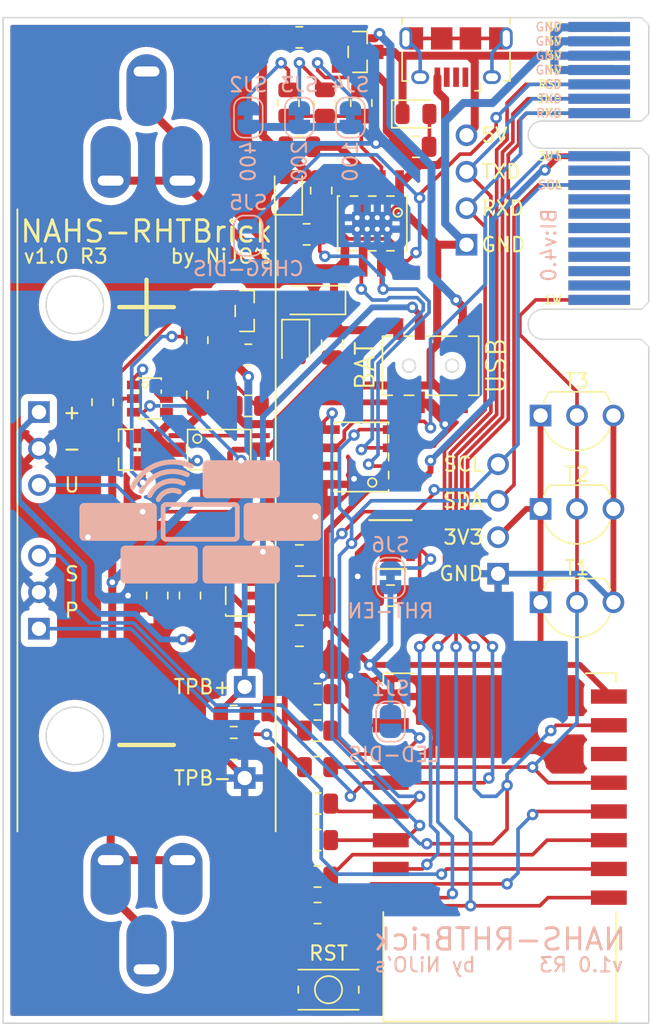
<source format=kicad_pcb>
(kicad_pcb (version 20211014) (generator pcbnew)
  (layers (0 "F.Cu" jumper) (31 "B.Cu" signal) (34 "B.Paste" user) (35 "F.Paste" user) (36 "B.SilkS" user "B.Silkscreen") (37 "F.SilkS" user "F.Silkscreen") (38 "B.Mask" user) (39 "F.Mask" user) (44 "Edge.Cuts" user))
  (net 0 "")
  (net 1 "BAT-")
  (net 2 "BAT+")
  (net 3 "GND")
  (net 4 "SEL+")
  (net 5 "IN-")
  (net 6 "RST")
  (net 8 "A0")
  (net 9 "EN")
  (net 10 "Net-(IC1-Pad4)")
  (net 11 "1WIRE")
  (net 12 "SETUP")
  (net 13 "+3V3")
  (net 14 "BOOT2")
  (net 15 "BOOT1")
  (net 16 "PROG")
  (net 17 "SDA")
  (net 18 "Net-(C5-Pad1)")
  (net 19 "SCL")
  (net 20 "RXD")
  (net 21 "/CHRG+")
  (net 22 "Net-(D1-Pad2)")
  (net 24 "CHRG")
  (net 25 "TXD")
  (net 28 "STDBY")
  (net 35 "UPDI")
  (net 40 "Net-(C1-Pad1)")
  (net 41 "CD")
  (net 42 "RAW+")
  (net 43 "D-")
  (net 44 "D+")
  (net 46 "unconnected-(J2-Pad6)")
  (net 47 "Net-(L1-Pad1)")
  (net 48 "Net-(LED1-Pad1)")
  (net 49 "Net-(LED2-Pad2)")
  (net 50 "Net-(LED3-Pad2)")
  (net 51 "Net-(Q1-Pad1)")
  (net 52 "Net-(Q1-Pad3)")
  (net 53 "Net-(Q1-Pad4)")
  (net 54 "PRT-")
  (net 55 "IN+")
  (net 56 "Net-(Q3-Pad1)")
  (net 57 "Net-(R11-Pad2)")
  (net 58 "Net-(R15-Pad1)")
  (net 59 "Net-(R15-Pad2)")
  (net 60 "Net-(R20-Pad2)")
  (net 61 "Net-(R22-Pad1)")
  (net 62 "Net-(R23-Pad1)")
  (footprint "Resistor_SMD:R_0805_2012Metric" (layer "F.Cu") (at 121.158 85.09)
    (fp_text reference "R14" hide)
    (fp_text value "1k" hide)
  )
  (footprint "no_common:KMR_231_G_LFS" (layer "F.Cu") (at 122.682 137.668 90)
    (property "Reference" "SW1")
    (property "Value" "KMR_231_G_LFS")
    (fp_text reference "SW1" hide)
    (fp_text value "KMR_231_G_LFS" hide)
  )
  (footprint "Resistor_SMD:R_0805_2012Metric" (layer "F.Cu") (at 115.1655 103.124 180)
    (fp_text reference "R11" hide)
    (fp_text value "1k" hide)
  )
  (footprint "Resistor_SMD:R_0805_2012Metric" (layer "F.Cu") (at 124.968 75.946 -90)
    (fp_text reference "R23" hide)
    (fp_text value "12k" hide)
  )
  (footprint "Capacitor_SMD:C_0805_2012Metric" (layer "F.Cu") (at 120.65 78.994)
    (property "Reference" "C1")
    (property "Value" "100nF")
    (fp_text reference "C6" hide)
    (fp_text value "10µF" hide)
  )
  (footprint "Resistor_SMD:R_0805_2012Metric" (layer "F.Cu") (at 121.92 129.794)
    (fp_text reference "R3" hide)
    (fp_text value "10k" hide)
  )
  (footprint "Resistor_SMD:R_0805_2012Metric" (layer "F.Cu") (at 113.538 92.456 90)
    (fp_text reference "R10" hide)
    (fp_text value "100" hide)
  )
  (footprint "Resistor_SMD:R_0805_2012Metric" (layer "F.Cu") (at 128.778 78.994)
    (fp_text reference "R16" hide)
    (fp_text value "1k" hide)
  )
  (footprint "Resistor_SMD:R_0805_2012Metric" (layer "F.Cu") (at 121.92 117.094)
    (fp_text reference "R7" hide)
    (fp_text value "10k" hide)
  )
  (footprint "no_common:HA_18650_EK" (layer "F.Cu") (at 110 105)
    (property "Reference" "BT")
    (property "Value" "HA_18650_EK")
    (fp_text reference "BT1" hide)
    (fp_text value "HA_18650_EK" hide)
  )
  (footprint "no_pinhd:PINHD_1X01_2.54_1mm_Square" (layer "F.Cu") (at 116.84 116.586)
    (property "Reference" "JP3")
    (property "Value" "PINHD_1X01")
    (fp_text reference "JP3" hide)
    (fp_text value "PINHD_1X01" hide)
  )
  (footprint "Diode_SMD:D_SOD-123F" (layer "F.Cu") (at 121.666 89.662 180)
    (fp_text reference "D1" hide)
    (fp_text value "1N4148WL" hide)
  )
  (footprint "Resistor_SMD:R_0805_2012Metric" (layer "F.Cu") (at 121.92 119.634)
    (fp_text reference "R4" hide)
    (fp_text value "10k" hide)
  )
  (footprint "no_common:SOIC8_TP" (layer "F.Cu") (at 125.73 84.328 180)
    (fp_text reference "U4" hide)
    (fp_text value "TP4056" hide)
  )
  (footprint "no_common:SOT23" (layer "F.Cu") (at 124.714 72.39 -90)
    (fp_text reference "Q2" hide)
    (fp_text value "AP2301B" hide)
  )
  (footprint "LED_SMD:LED_0805_2012Metric" (layer "F.Cu") (at 119.888 82.042 90)
    (fp_text reference "LED1" hide)
    (fp_text value "Green" hide)
  )
  (footprint "Capacitor_SMD:C_0805_2012Metric" (layer "F.Cu") (at 120.65 107.442)
    (property "Reference" "C1")
    (property "Value" "100nF")
    (fp_text reference "C2" hide)
    (fp_text value "10µF" hide)
  )
  (footprint "LED_SMD:LED_0805_2012Metric" (layer "F.Cu") (at 120.396 92.71 -90)
    (fp_text reference "LED2" hide)
    (fp_text value "Red" hide)
  )
  (footprint "no_common:SSSS820101" (layer "F.Cu") (at 129.794 94.234 90)
    (fp_text reference "SW2" hide)
    (fp_text value "SSSS820101" hide)
    (fp_circle (center 0 1.5) (end 0.45 1.5) (layer "Edge.Cuts") (width 0.12) (fill none))
    (fp_circle (center 0 -1.5) (end 0.45 -1.5) (layer "Edge.Cuts") (width 0.12) (fill none))
  )
  (footprint "Capacitor_SMD:C_0805_2012Metric" (layer "F.Cu") (at 120.65 113.03 180)
    (property "Reference" "C1")
    (property "Value" "100nF")
    (fp_text reference "C3" hide)
    (fp_text value "10µF" hide)
  )
  (footprint "no_pinhd:PINHD_1X03_2.54_1mm_DS18B20" (layer "F.Cu") (at 140 104.2)
    (property "Reference" "JP7")
    (property "Value" "PINHD_1X03")
    (fp_text reference "JP8" hide)
    (fp_text value "PINHD_1X03" hide)
  )
  (footprint "no_common:SOIC8" (layer "F.Cu") (at 124.968 100.584 90)
    (property "Reference" "IC?")
    (property "Value" "ATTINY212")
    (fp_text reference "IC2" hide)
    (fp_text value "ATTINY212" hide)
  )
  (footprint "Resistor_SMD:R_0805_2012Metric" (layer "F.Cu") (at 116.078 118.618)
    (fp_text reference "R8" hide)
    (fp_text value "2.7M" hide)
  )
  (footprint "Resistor_SMD:R_0805_2012Metric" (layer "F.Cu") (at 121.92 132.334)
    (fp_text reference "R2" hide)
    (fp_text value "1k" hide)
  )
  (footprint "no_pinhd:PINHD_1X03_2.54_1mm_Round" (layer "F.Cu") (at 102.5 110 90)
    (property "Reference" "JP1")
    (property "Value" "PINHD_1X03")
    (fp_text reference "JP1" hide)
    (fp_text value "PINHD_1X03" hide)
  )
  (footprint "no_common:SOT23-6" (layer "F.Cu") (at 110.236 96.52 -90)
    (fp_text reference "U3" hide)
    (fp_text value "DW01A" hide)
  )
  (footprint "no_common:SOT23-5" (layer "F.Cu") (at 116.332 110.236 90)
    (property "Reference" "U1")
    (property "Value" "ZD8028IB5TR")
    (fp_text reference "U1" hide)
    (fp_text value "ZD8028IB5TR" hide)
  )
  (footprint "Inductor_SMD:L_1210_3225Metric" (layer "F.Cu") (at 121.158 110.236)
    (property "Reference" "L1")
    (property "Value" "2.2µH")
    (fp_text reference "L1" hide)
    (fp_text value "2.2µH" hide)
  )
  (footprint "Resistor_SMD:R_0805_2012Metric" (layer "F.Cu") (at 117.094 97.028)
    (fp_text reference "R18" hide)
    (fp_text value "10k" hide)
  )
  (footprint "Resistor_SMD:R_0805_2012Metric" (layer "F.Cu") (at 116.078 120.904 180)
    (fp_text reference "R9" hide)
    (fp_text value "590k" hide)
  )
  (footprint "Package_SON:Texas_PWSON-N6" (layer "F.Cu") (at 127 106.68)
    (fp_text reference "U2" hide)
    (fp_text value "HDC1080" hide)
  )
  (footprint "Connector_USB:USB_Micro-B_Amphenol_10118194_Horizontal" (layer "F.Cu") (at 131.572 72.75 180)
    (fp_text reference "J2" hide)
    (fp_text value "USB_B_Mini" hide)
  )
  (footprint "Resistor_SMD:R_0805_2012Metric" (layer "F.Cu") (at 122.428 75.946 -90)
    (fp_text reference "R22" hide)
    (fp_text value "6,04k" hide)
  )
  (footprint "Resistor_SMD:R_0805_2012Metric" (layer "F.Cu") (at 120.65 71.374)
    (fp_text reference "R12" hide)
    (fp_text value "0.4" hide)
  )
  (footprint "no_expressif:ESP12S" (layer "F.Cu") (at 134.62 127.762 180)
    (property "Reference" "IC1")
    (property "Value" "ESP12S")
    (fp_text reference "IC1" hide)
    (fp_text value "ESP12S" hide)
  )
  (footprint "no_pinhd:PINHD_1X04_2.54_1mm_Round" (layer "F.Cu") (at 132.3 82 90)
    (property "Reference" "JP2")
    (property "Value" "PINHD_1X04")
    (fp_text reference "JP2" hide)
    (fp_text value "PINHD_1X04" hide)
  )
  (footprint "Resistor_SMD:R_0805_2012Metric" (layer "F.Cu") (at 121.92 124.714)
    (fp_text reference "R5" hide)
    (fp_text value "3.9k" hide)
  )
  (footprint "Resistor_SMD:R_0805_2012Metric" (layer "F.Cu") (at 117.094 93.472 180)
    (fp_text reference "R17" hide)
    (fp_text value "1k" hide)
  )
  (footprint "Resistor_SMD:R_0805_2012Metric" (layer "F.Cu") (at 121.92 122.174)
    (property "Reference" "R1")
    (property "Value" "3.9k")
    (fp_text reference "R1" hide)
    (fp_text value "3.9k" hide)
  )
  (footprint "no_pinhd:PINHD_1X04_2.54_1mm_Round" (layer "F.Cu") (at 134.5 104.902 90)
    (property "Reference" "JP1")
    (property "Value" "RHT-ALT")
    (fp_text reference "JP6" hide)
    (fp_text value "PINHD_1X04" hide)
  )
  (footprint "no_pinhd:PINHD_1X03_2.54_1mm_DS18B20" (layer "F.Cu") (at 140 97.7)
    (property "Reference" "JP6")
    (property "Value" "PINHD_1X03")
    (fp_text reference "JP7" hide)
    (fp_text value "PINHD_1X03" hide)
  )
  (footprint "no_pinhd:PINHD_1X01_2.54_1mm_Square" (layer "F.Cu") (at 116.84 122.936)
    (property "Reference" "JP4")
    (property "Value" "PINHD_1X01")
    (fp_text reference "JP4" hide)
    (fp_text value "PINHD_1X01" hide)
  )
  (footprint "Resistor_SMD:R_0805_2012Metric" (layer "F.Cu") (at 119.888 75.946 -90)
    (fp_text reference "R15" hide)
    (fp_text value "3k" hide)
  )
  (footprint "Capacitor_SMD:C_0805_2012Metric" (layer "F.Cu") (at 127 110.236 180)
    (property "Reference" "C1")
    (property "Value" "100nF")
    (fp_text reference "C1" hide)
    (fp_text value "100nF" hide)
  )
  (footprint "Resistor_SMD:R_0805_2012Metric" (layer "F.Cu") (at 121.92 127.254)
    (fp_text reference "R6" hide)
    (fp_text value "3.9k" hide)
  )
  (footprint "Resistor_SMD:R_0805_2012Metric" (layer "F.Cu") (at 122.174 82.042 -90)
    (fp_text reference "R13" hide)
    (fp_text value "10k" hide)
  )
  (footprint "Resistor_SMD:R_0805_2012Metric" (layer "F.Cu") (at 106.934 96.774 90)
    (fp_text reference "R19" hide)
    (fp_text value "10k" hide)
  )
  (footprint "no_common:SOT23" (layer "F.Cu") (at 108.712 100.076 90)
    (fp_text reference "Q3" hide)
    (fp_text value "CJ2302" hide)
  )
  (footprint "no_pinhd:PINHD_1X03_2.54_1mm_DS18B20" (layer "F.Cu") (at 140 110.7)
    (property "Reference" "JP8")
    (property "Value" "PINHD_1X03")
    (fp_text reference "JP9" hide)
    (fp_text value "PINHD_1X03" hide)
  )
  (footprint "no_pinhd:PINHD_1X03_2.54_1mm_Round" (layer "F.Cu") (at 102.5 100 -90)
    (property "Reference" "JP5")
    (property "Value" "PINHD_1X03")
    (fp_text reference "JP5" hide)
    (fp_text value "PINHD_1X03" hide)
  )
  (footprint "no_brick_interface:Brick_Interface_V4_inset" (layer "F.Cu") (at 141.55 89.65 90)
    (property "Reference" "J")
    (property "Value" "Brick-Interface-V4")
    (fp_text reference "J1" hide)
    (fp_text value "Brick-Interface-V4" hide)
    (fp_line (start -0.15 3.45) (end 10.05 3.45) (layer "Edge.Cuts") (width 0.1))
    (fp_line (start 10.55 2.95) (end 10.05 3.45) (layer "Edge.Cuts") (width 0.1))
    (fp_line (start -2.75 2.95) (end -3.25 3.45) (layer "Edge.Cuts") (width 0.1))
    (fp_line (start 12.45 2.95) (end 12.95 3.45) (layer "Edge.Cuts") (width 0.1))
    (fp_line (start -2.75 -3.9) (end -2.75 2.95) (layer "Edge.Cuts") (width 0.1))
    (fp_line (start -0.65 2.95) (end -0.15 3.45) (layer "Edge.Cuts") (width 0.1))
    (fp_line (start -0.65 -3.9) (end -0.65 2.95) (layer "Edge.Cuts") (width 0.1))
    (fp_line (start 19.65 2.95) (end 19.15 3.45) (layer "Edge.Cuts") (width 0.1))
    (fp_line (start 12.45 -4) (end 12.45 2.95) (layer "Edge.Cuts") (width 0.1))
    (fp_line (start 12.95 3.45) (end 19.15 3.45) (layer "Edge.Cuts") (width 0.1))
    (fp_line (start 10.55 -4) (end 10.55 2.95) (layer "Edge.Cuts") (width 0.1))
    (fp_line (start 19.65 -4.95) (end 19.65 2.95) (layer "Edge.Cuts") (width 0.1))
    (fp_arc (start -2.75 -3.9) (mid -1.7 -4.95) (end -0.65 -3.9) (layer "Edge.Cuts") (width 0.1))
    (fp_arc (start 10.55 -4) (mid 11.5 -4.95) (end 12.45 -4) (layer "Edge.Cuts") (width 0.1))
  )
  (footprint "Capacitor_SMD:C_0805_2012Metric" (layer "F.Cu") (at 122.936 92.71 -90)
    (property "Reference" "C1")
    (property "Value" "100nF")
    (fp_text reference "C4" hide)
    (fp_text value "10µF" hide)
  )
  (footprint "LED_SMD:LED_0805_2012Metric" (layer "F.Cu") (at 128.778 76.708)
    (fp_text reference "LED3" hide)
    (fp_text value "Red" hide)
  )
  (footprint "Resistor_SMD:R_0805_2012Metric" (layer "F.Cu") (at 113.03 110.236 -90)
    (fp_text reference "R21" hide)
    (fp_text value "590k" hide)
  )
  (footprint "Capacitor_SMD:C_0805_2012Metric" (layer "F.Cu") (at 113.538 96.266 -90)
    (property "Reference" "C1")
    (property "Value" "100nF")
    (fp_text reference "C5" hide)
    (fp_text value "100nF" hide)
  )
  (footprint "no_common:TSSOP8_MS" (layer "F.Cu") (at 115.062 100.076)
    (fp_text reference "Q1" hide)
    (fp_text value "8205A" hide)
  )
  (footprint "no_common:SOT23" (layer "F.Cu") (at 116.84 90.424 -90)
    (fp_text reference "Q4" hide)
    (fp_text value "MMBT2907A" hide)
  )
  (footprint "Resistor_SMD:R_0805_2012Metric" (layer "F.Cu") (at 110.744 110.236 90)
    (fp_text reference "R20" hide)
    (fp_text value "130k" hide)
  )
  (footprint "Jumper:SolderJumper-2_P1.3mm_Bridged_RoundedPad1.0x1.5mm" (layer "B.Cu") (at 117.094 76.962 90)
    (property "Reference" "SJ1")
    (property "Value" "RHT-ALT")
    (fp_text reference "SJ2")
    (fp_text value "400" hide)
  )
  (footprint "Jumper:SolderJumper-2_P1.3mm_Open_RoundedPad1.0x1.5mm" (layer "B.Cu") (at 117.094 85.1812 90)
    (property "Reference" "SJ1")
    (property "Value" "LED-DIS")
    (fp_text reference "SJ5")
    (fp_text value "CHRG-DIS" hide)
  )
  (footprint "no_brick_logo:x17mm" (layer "B.Cu") (at 113.722383 105 180)
    (fp_text reference "LOGO" hide)
    (fp_text value "x17mm" hide)
  )
  (footprint "Jumper:SolderJumper-2_P1.3mm_Bridged_RoundedPad1.0x1.5mm" (layer "B.Cu") (at 127 109 -90)
    (property "Reference" "SJ1")
    (property "Value" "RHT-ALT")
    (fp_text reference "SJ6")
    (fp_text value "RHT-EN" hide)
  )
  (footprint "Jumper:SolderJumper-2_P1.3mm_Bridged_RoundedPad1.0x1.5mm" (layer "B.Cu") (at 120.65 76.962 90)
    (property "Reference" "SJ1")
    (property "Value" "RHT-ALT")
    (fp_text reference "SJ3")
    (fp_text value "200" hide)
  )
  (footprint "Jumper:SolderJumper-2_P1.3mm_Open_RoundedPad1.0x1.5mm" (layer "B.Cu") (at 127 119 -90)
    (property "Reference" "SJ1")
    (property "Value" "LED-DIS")
    (fp_text reference "SJ1")
    (fp_text value "LED-DIS" hide)
  )
  (footprint "Jumper:SolderJumper-2_P1.3mm_Bridged_RoundedPad1.0x1.5mm" (layer "B.Cu") (at 124.206 76.962 90)
    (property "Reference" "SJ1")
    (property "Value" "RHT-ALT")
    (fp_text reference "SJ4")
    (fp_text value "100" hide)
  )
  (gr_circle (center 105 120) (end 107 120) (layer "Edge.Cuts") (width 0.1) (fill none))
  (gr_line (start 100 140) (end 100 70) (layer "Edge.Cuts") (width 0.1))
  (gr_line (start 100 140) (end 145 140) (layer "Edge.Cuts") (width 0.1))
  (gr_line (start 145 92.9) (end 145 140) (layer "Edge.Cuts") (width 0.1))
  (gr_line (start 136.6 70) (end 100 70) (layer "Edge.Cuts") (width 0.1))
  (gr_circle (center 105 90) (end 107 90) (layer "Edge.Cuts") (width 0.1) (fill none))
  (gr_text "200" (at 120.65 80.01 90) (layer "B.SilkS") (effects (font (size 1 1)) (justify mirror)))
  (gr_text "v1.0 R3" (at 143.3068 135.9408) (layer "B.SilkS") (effects (font (size 1 1)) (justify left mirror)))
  (gr_text "100" (at 124.206 80.01 90) (layer "B.SilkS") (effects (font (size 1 1)) (justify mirror)))
  (gr_text "LED-DIS" (at 127.254 121.3) (layer "B.SilkS") (effects (font (size 1 1)) (justify mirror)))
  (gr_text "NAHS-RHTBrick" (at 134.62 134.1628) (layer "B.SilkS") (effects (font (size 1.5 1.5) (thickness 0.2)) (justify mirror)))
  (gr_text "400" (at 117.094 80.01 90) (layer "B.SilkS") (effects (font (size 1 1)) (justify mirror)))
  (gr_text "CHRG-DIS" (at 117.094 87.4812) (layer "B.SilkS") (effects (font (size 1 1)) (justify mirror)))
  (gr_text "RHT-EN" (at 127 111.3) (layer "B.SilkS") (effects (font (size 1 1)) (justify mirror)))
  (gr_text "by NiJO's" (at 125.7808 135.9408) (layer "B.SilkS") (effects (font (size 1 1)) (justify right mirror)))
  (gr_text "TPB-" (at 116 122.936) (layer "F.SilkS") (effects (font (size 1 1)) (justify right)))
  (gr_text "S" (at 104.8 108.73) (layer "F.SilkS") (effects (font (size 1 1))))
  (gr_text "3V3" (at 133.5532 106.172) (layer "F.SilkS") (effects (font (size 1 1)) (justify right)))
  (gr_text "1W" (at 139.01 89.65) (layer "F.SilkS") (effects (font (size 0.6 0.6) (thickness 0.1)) (justify right)))
  (gr_text "v1.0 R3" (at 101.346 86.614) (layer "F.SilkS") (effects (font (size 1 1)) (justify left)))
  (gr_text "NAHS-RHTBrick" (at 110 84.8868) (layer "F.SilkS") (effects (font (size 1.5 1.5) (thickness 0.2))))
  (gr_text "+" (at 104.8 97.46) (layer "F.SilkS") (effects (font (size 1 1))))
  (gr_text "SCL" (at 133.5532 101.092) (layer "F.SilkS") (effects (font (size 1 1)) (justify right)))
  (gr_text "GND" (at 133.5532 108.712) (layer "F.SilkS") (effects (font (size 1 1)) (justify right)))
  (gr_text "GND" (at 133.2484 85.81) (layer "F.SilkS") (effects (font (size 1 1)) (justify left)))
  (gr_text "RXD" (at 133.2484 83.27) (layer "F.SilkS") (effects (font (size 1 1)) (justify left)))
  (gr_text "by NiJO's" (at 118.8212 86.614) (layer "F.SilkS") (effects (font (size 1 1)) (justify right)))
  (gr_text "BAT" (at 125.222 94.234 90) (layer "F.SilkS") (effects (font (size 1.3 1.3))))
  (gr_text "-" (at 104.8 100) (layer "F.SilkS") (effects (font (size 1 1))))
  (gr_text "U" (at 104.8 102.54) (layer "F.SilkS") (effects (font (size 1 1))))
  (gr_text "P" (at 104.8 111.27) (layer "F.SilkS") (effects (font (size 1 1))))
  (gr_text "5V" (at 133.2484 78.19) (layer "F.SilkS") (effects (font (size 1 1)) (justify left)))
  (gr_text "USB" (at 134.366 94.234 90) (layer "F.SilkS") (effects (font (size 1.3 1.3))))
  (gr_text "TXD" (at 133.2484 80.73) (layer "F.SilkS") (effects (font (size 1 1)) (justify left)))
  (gr_text "RST" (at 122.682 135.128) (layer "F.SilkS") (effects (font (size 1 1))))
  (gr_text "TPB+" (at 116 116.586) (layer "F.SilkS") (effects (font (size 1 1)) (justify right)))
  (gr_text "SDA" (at 133.5532 103.632) (layer "F.SilkS") (effects (font (size 1 1)) (justify right)))
  (segment (start 107.612 109.304) (end 107.612 100.076) (width 0.5588) (layer "F.Cu") (net 1))
  (segment (start 106.934 99.398) (end 107.612 100.076) (width 0.5588) (layer "F.Cu") (net 1))
  (segment (start 106.934 97.6865) (end 106.934 99.398) (width 0.5588) (layer "F.Cu") (net 1))
  (segment (start 107.5 128.65) (end 112.5 128.65) (width 0.5588) (layer "F.Cu") (net 1))
  (segment (start 108.204 122.682) (end 108.204 117.348) (width 0.5588) (layer "F.Cu") (net 1))
  (segment (start 107.612 116.756) (end 107.612 109.304) (width 0.5588) (layer "F.Cu") (net 1))
  (segment (start 107.5 128.65) (end 107.5 123.386) (width 0.5588) (layer "F.Cu") (net 1))
  (segment (start 107.5 131.122) (end 110 133.622) (width 0.5588) (layer "F.Cu") (net 1))
  (segment (start 116.1815 94.0835) (end 117.094 94.996) (width 0.5588) (layer "F.Cu") (net 1))
  (segment (start 107.5 128.65) (end 107.5 131.122) (width 0.5588) (layer "F.Cu") (net 1))
  (segment (start 108.204 117.348) (end 107.612 116.756) (width 0.5588) (layer "F.Cu") (net 1))
  (segment (start 116.1815 93.472) (end 116.1815 94.0835) (width 0.5588) (layer "F.Cu") (net 1))
  (segment (start 110 133.622) (end 110 136.25) (width 0.5588) (layer "F.Cu") (net 1))
  (segment (start 107.5 123.386) (end 108.204 122.682) (width 0.5588) (layer "F.Cu") (net 1))
  (via (at 107.612 109.304) (size 0.8) (drill 0.4) (layers "F.Cu" "B.Cu") (net 1))
  (via (at 117.094 94.996) (size 0.8) (drill 0.4) (layers "F.Cu" "B.Cu") (net 1))
  (segment (start 115.316 103.632) (end 113.284 103.632) (width 0.5588) (layer "B.Cu") (net 1))
  (segment (start 117.094 94.996) (end 117.094 100.076) (width 0.5588) (layer "B.Cu") (net 1))
  (segment (start 113.284 103.632) (end 107.612 109.304) (width 0.5588) (layer "B.Cu") (net 1))
  (segment (start 117.414911 101.533089) (end 115.316 103.632) (width 0.5588) (layer "B.Cu") (net 1))
  (segment (start 117.414911 100.396911) (end 117.414911 101.533089) (width 0.5588) (layer "B.Cu") (net 1))
  (segment (start 117.094 100.076) (end 117.414911 100.396911) (width 0.5588) (layer "B.Cu") (net 1))
  (segment (start 122.936 91.76) (end 127.468 91.76) (width 0.5588) (layer "F.Cu") (net 2))
  (segment (start 112.5 81.35) (end 118.592911 87.442911) (width 0.5588) (layer "F.Cu") (net 2))
  (segment (start 123.066 87.687) (end 123.310089 87.442911) (width 0.5588) (layer "F.Cu") (net 2))
  (segment (start 122.936 89.792) (end 123.066 89.662) (width 0.5588) (layer "F.Cu") (net 2))
  (segment (start 120.396 91.7725) (end 116.1385 91.7725) (width 0.5588) (layer "F.Cu") (net 2))
  (segment (start 116.1385 91.7725) (end 115.74 91.374) (width 0.5588) (layer "F.Cu") (net 2))
  (segment (start 113.7075 91.374) (end 113.538 91.5435) (width 0.5588) (layer "F.Cu") (net 2))
  (segment (start 122.936 91.76) (end 122.936 89.792) (width 0.5588) (layer "F.Cu") (net 2))
  (segment (start 112.5 78.718) (end 110 76.218) (width 0.5588) (layer "F.Cu") (net 2))
  (segment (start 115.74 91.374) (end 113.7075 91.374) (width 0.5588) (layer "F.Cu") (net 2))
  (segment (start 127.468 91.76) (end 127.544 91.684) (width 0.5588) (layer "F.Cu") (net 2))
  (segment (start 110 76.218) (end 110 73.75) (width 0.5588) (layer "F.Cu") (net 2))
  (segment (start 120.396 91.7725) (end 122.9235 91.7725) (width 0.5588) (layer "F.Cu") (net 2))
  (segment (start 112.5 81.35) (end 112.5 78.718) (width 0.5588) (layer "F.Cu") (net 2))
  (segment (start 107.5 81.35) (end 112.5 81.35) (width 0.5588) (layer "F.Cu") (net 2))
  (segment (start 118.592911 87.442911) (end 123.310089 87.442911) (width 0.5588) (layer "F.Cu") (net 2))
  (segment (start 123.310089 87.442911) (end 123.825 86.928) (width 0.5588) (layer "F.Cu") (net 2))
  (segment (start 122.9235 91.7725) (end 122.936 91.76) (width 0.5588) (layer "F.Cu") (net 2))
  (segment (start 123.066 89.662) (end 123.066 87.687) (width 0.5588) (layer "F.Cu") (net 2))
  (segment (start 121.76 104.742) (end 120.33 106.172) (width 0.4064) (layer "F.Cu") (net 3))
  (segment (start 109.69128 108.811346) (end 110.044626 108.458) (width 0.4064) (layer "F.Cu") (net 3))
  (segment (start 129.044 96.784) (end 129.296 96.784) (width 0.4064) (layer "F.Cu") (net 3))
  (segment (start 103.886 105.156) (end 103.886 108.614) (width 0.4064) (layer "F.Cu") (net 3))
  (segment (start 109.69128 108.811346) (end 109.69128 109.25672) (width 0.4064) (layer "F.Cu") (net 3))
  (segment (start 118.78028 112.11028) (end 118.78028 110.90628) (width 0.4064) (layer "F.Cu") (net 3))
  (segment (start 119.7 113.03) (end 120.904 111.826) (width 0.4064) (layer "F.Cu") (net 3))
  (segment (start 118.11 110.236) (end 117.632 110.236) (width 0.4064) (layer "F.Cu") (net 3))
  (segment (start 109.69128 109.25672) (end 108.712 110.236) (width 0.4064) (layer "F.Cu") (net 3))
  (segment (start 125.344578 106.68) (end 124.714 107.310578) (width 0.4064) (layer "F.Cu") (net 3))
  (segment (start 116.84 122.936) (end 115.1655 121.2615) (width 0.4064) (layer "F.Cu") (net 3))
  (segment (start 110.044626 108.458) (end 115.062 108.458) (width 0.4064) (layer "F.Cu") (net 3))
  (segment (start 109.69128 110.70728) (end 109.69128 108.811346) (width 0.4064) (layer "F.Cu") (net 3))
  (segment (start 102.5 100) (end 103.886 101.386) (width 0.4064) (layer "F.Cu") (net 3))
  (segment (start 108.712 110.236) (end 108.712 114.4505) (width 0.4064) (layer "F.Cu") (net 3))
  (segment (start 142.54 104.2) (end 142.54 110.7) (width 0.4064) (layer "F.Cu") (net 3))
  (segment (start 124.079 102.489) (end 124.46 102.108) (width 0.4064) (layer "F.Cu") (net 3))
  (segment (start 126.66 117.262) (end 125.222 115.824) (width 0.4064) (layer "F.Cu") (net 3))
  (segment (start 124.982 138.468) (end 120.382 138.468) (width 0.4064) (layer "F.Cu") (net 3))
  (segment (start 125.222 115.824) (end 122.2775 115.824) (width 0.4064) (layer "F.Cu") (net 3))
  (segment (start 118.78028 110.90628) (end 118.11 110.236) (width 0.4064) (layer "F.Cu") (net 3))
  (segment (start 108.712 114.4505) (end 115.1655 120.904) (width 0.4064) (layer "F.Cu") (net 3))
  (segment (start 103.886 101.386) (end 103.886 105.156) (width 0.4064) (layer "F.Cu") (net 3))
  (segment (start 110.1325 111.1485) (end 109.69128 110.70728) (width 0.4064) (layer "F.Cu") (net 3))
  (segment (start 122.368 102.489) (end 122.368 104.134) (width 0.4064) (layer "F.Cu") (net 3))
  (segment (start 115.1655 121.2615) (end 115.1655 120.904) (width 0.254) (layer "F.Cu") (net 3))
  (segment (start 120.382 138.468) (end 119.418 138.468) (width 0.4064) (layer "F.Cu") (net 3))
  (segment (start 142.54 97.7) (end 142.54 104.2) (width 0.4064) (layer "F.Cu") (net 3))
  (segment (start 120.904 108.138) (end 121.6 107.442) (width 0.4064) (layer "F.Cu") (net 3))
  (segment (start 110.744 111.1485) (end 110.1325 111.1485) (width 0.4064) (layer "F.Cu") (net 3))
  (segment (start 120.904 111.826) (end 120.904 108.138) (width 0.4064) (layer "F.Cu") (net 3))
  (segment (start 122.2775 115.824) (end 121.0075 117.094) (width 0.4064) (layer "F.Cu") (net 3))
  (segment (start 120.33 106.172) (end 121.6 107.442) (width 0.4064) (layer "F.Cu") (net 3))
  (segment (start 116.84 135.89) (end 116.84 122.936) (width 0.4064) (layer "F.Cu") (net 3))
  (segment (start 119.7 113.03) (end 118.78028 112.11028) (width 0.4064) (layer "F.Cu") (net 3))
  (segment (start 122.368 104.134) (end 121.76 104.742) (width 0.4064) (layer "F.Cu") (net 3))
  (segment (start 119.418 138.468) (end 116.84 135.89) (width 0.4064) (layer "F.Cu") (net 3))
  (segment (start 122.368 102.489) (end 124.079 102.489) (width 0.4064) (layer "F.Cu") (net 3))
  (segment (start 104.902 105.156) (end 103.886 105.156) (width 0.4064) (layer "F.Cu") (net 3))
  (segment (start 105.918 106.172) (end 104.902 105.156) (width 0.4064) (layer "F.Cu") (net 3))
  (segment (start 103.886 108.614) (end 102.5 110) (width 0.4064) (layer "F.Cu") (net 3))
  (segment (start 115.062 108.458) (end 117.348 106.172) (width 0.4064) (layer "F.Cu") (net 3))
  (segment (start 125.6 106.68) (end 125.344578 106.68) (width 0.4064) (layer "F.Cu") (net 3))
  (segment (start 124.714 107.310578) (end 124.714 108.9) (width 0.4064) (layer "F.Cu") (net 3))
  (segment (start 127.02 117.262) (end 126.66 117.262) (width 0.4064) (layer "F.Cu") (net 3))
  (segment (start 117.348 106.172) (end 120.33 106.172) (width 0.4064) (layer "F.Cu") (net 3))
  (segment (start 124.714 108.9) (end 126.05 110.236) (width 0.4064) (layer "F.Cu") (net 3))
  (segment (start 129.296 96.784) (end 130.81 98.298) (width 0.4064) (layer "F.Cu") (net 3))
  (via (at 105.918 106.172) (size 0.8) (drill 0.4) (layers "F.Cu" "B.Cu") (net 3))
  (via (at 130.81 98.298) (size 0.8) (drill 0.4) (layers "F.Cu" "B.Cu") (net 3))
  (via (at 124.206 115.824) (size 0.8) (drill 0.4) (layers "F.Cu" "B.Cu") (net 3))
  (via (at 108.712 110.236) (size 0.8) (drill 0.4) (layers "F.Cu" "B.Cu") (net 3))
  (via (at 122.2595 115.824) (size 0.8) (drill 0.4) (layers "F.Cu" "B.Cu") (net 3))
  (via (at 124.714 108.9) (size 0.8) (drill 0.4) (layers "F.Cu" "B.Cu") (net 3))
  (via (at 121.76 104.742) (size 0.8) (drill 0.4) (layers "F.Cu" "B.Cu") (net 3))
  (via (at 124.46 102.108) (size 0.8) (drill 0.4) (layers "F.Cu" "B.Cu") (net 3))
  (segment (start 129.032 99.822) (end 127.254 101.6) (width 0.4064) (layer "B.Cu") (net 3))
  (segment (start 106.68 106.934) (end 105.918 106.172) (width 0.4064) (layer "B.Cu") (net 3))
  (segment (start 126.746 102.108) (end 124.46 102.108) (width 0.4064) (layer "B.Cu") (net 3))
  (segment (start 124.714 115.316) (end 124.714 108.9) (width 0.4064) (layer "B.Cu") (net 3))
  (segment (start 106.68 107.442) (end 106.68 106.934) (width 0.4064) (layer "B.Cu") (net 3))
  (segment (start 129.794 99.822) (end 129.032 99.822) (width 0.4064) (layer "B.Cu") (net 3))
  (segment (start 127.254 101.6) (end 126.746 102.108) (width 0.4064) (layer "B.Cu") (net 3))
  (segment (start 142.54 110.7) (end 140.552 108.712) (width 0.4064) (layer "B.Cu") (net 3))
  (segment (start 106.934 110.236) (end 106.68 109.982) (width 0.4064) (layer "B.Cu") (net 3))
  (segment (start 124.206 115.824) (end 124.714 115.316) (width 0.4064) (layer "B.Cu") (net 3))
  (segment (start 126.746 106.172) (end 130.048 106.172) (width 0.4064) (layer "B.Cu") (net 3))
  (segment (start 132.588 108.712) (end 134.5 108.712) (width 0.4064) (layer "B.Cu") (net 3))
  (segment (start 124.714 108.9) (end 124.714 108.204) (width 0.4064) (layer "B.Cu") (net 3))
  (segment (start 130.81 98.298) (end 130.81 98.806) (width 0.4064) (layer "B.Cu") (net 3))
  (segment (start 130.048 106.172) (end 132.588 108.712) (width 0.4064) (layer "B.Cu") (net 3))
  (segment (start 108.712 110.236) (end 107.188 110.236) (width 0.4064) (layer "B.Cu") (net 3))
  (segment (start 140.552 108.712) (end 134.5 108.712) (width 0.4064) (layer "B.Cu") (net 3))
  (segment (start 107.188 110.236) (end 106.934 110.236) (width 0.4064) (layer "B.Cu") (net 3))
  (segment (start 121.76 115.3245) (end 122.2595 115.824) (width 0.4064) (layer "B.Cu") (net 3))
  (segment (start 106.68 109.982) (end 106.68 107.442) (width 0.4064) (layer "B.Cu") (net 3))
  (segment (start 124.714 108.204) (end 126.746 106.172) (width 0.4064) (layer "B.Cu") (net 3))
  (segment (start 130.048 99.568) (end 129.794 99.822) (width 0.4064) (layer "B.Cu") (net 3))
  (segment (start 130.81 98.806) (end 130.048 99.568) (width 0.4064) (layer "B.Cu") (net 3))
  (segment (start 121.76 104.742) (end 121.76 115.3245) (width 0.4064) (layer "B.Cu") (net 3))
  (segment (start 119.126 107.442) (end 118.364 107.442) (width 0.4064) (layer "F.Cu") (net 4))
  (segment (start 118.364 108.204) (end 116.114 108.204) (width 0.4064) (layer "F.Cu") (net 4))
  (segment (start 115.1655 118.2605) (end 115.1655 118.618) (width 0.254) (layer "F.Cu") (net 4))
  (segment (start 116.932 111.186) (end 115.032 109.286) (width 0.4064) (layer "F.Cu") (net 4))
  (segment (start 116.84 116.586) (end 115.1655 118.2605) (width 0.4064) (layer "F.Cu") (net 4))
  (segment (start 119.7 107.442) (end 119.126 107.442) (width 0.4064) (layer "F.Cu") (net 4))
  (segment (start 129.044 90.69) (end 129.044 91.684) (width 0.4064) (layer "F.Cu") (net 4))
  (segment (start 116.114 108.204) (end 115.032 109.286) (width 0.4064) (layer "F.Cu") (net 4))
  (segment (start 119.126 107.442) (end 118.364 108.204) (width 0.4064) (layer "F.Cu") (net 4))
  (segment (start 117.632 111.186) (end 116.932 111.186) (width 0.4064) (layer "F.Cu") (net 4))
  (segment (start 118.364 107.442) (end 118.11 107.188) (width 0.254) (layer "F.Cu") (net 4))
  (segment (start 128.524 90.17) (end 129.044 90.69) (width 0.4064) (layer "F.Cu") (net 4))
  (via (at 128.524 90.17) (size 0.8) (drill 0.4) (layers "F.Cu" "B.Cu") (net 4))
  (via (at 118.11 107.188) (size 0.8) (drill 0.4) (layers "F.Cu" "B.Cu") (net 4))
  (segment (start 116.84 116.586) (end 116.84 108.458) (width 0.4064) (layer "B.Cu") (net 4))
  (segment (start 125.73 90.17) (end 128.524 90.17) (width 0.4064) (layer "B.Cu") (net 4))
  (segment (start 118.11 97.79) (end 120.142 95.758) (width 0.4064) (layer "B.Cu") (net 4))
  (segment (start 120.142 95.758) (end 125.73 90.17) (width 0.4064) (layer "B.Cu") (net 4))
  (segment (start 116.84 108.458) (end 118.11 107.188) (width 0.4064) (layer "B.Cu") (net 4))
  (segment (start 118.11 103.124) (end 118.11 97.79) (width 0.4064) (layer "B.Cu") (net 4))
  (segment (start 118.11 107.188) (end 118.11 103.124) (width 0.4064) (layer "B.Cu") (net 4))
  (segment (start 124.68 84.728) (end 125.38 84.728) (width 0.5588) (layer "F.Cu") (net 5))
  (segment (start 130.272 75.154) (end 130.81 75.692) (width 0.5588) (layer "F.Cu") (net 5))
  (segment (start 111.628 100.076) (end 110.678 99.126) (width 0.5588) (layer "F.Cu") (net 5))
  (segment (start 125.984 78.74) (end 127.6115 78.74) (width 0.5588) (layer "F.Cu") (net 5))
  (segment (start 116.1815 97.6395) (end 116.84 98.298) (width 0.5588) (layer "F.Cu") (net 5))
  (segment (start 116.1815 97.028) (end 116.1815 97.6395) (width 0.5588) (layer "F.Cu") (net 5))
  (segment (start 112.137 100.076) (end 111.628 100.076) (width 0.5588) (layer "F.Cu") (net 5))
  (segment (start 123.614 73.34) (end 125.41 73.34) (width 0.5588) (layer "F.Cu") (net 5))
  (segment (start 127.6115 78.74) (end 127.8655 78.994) (width 0.5588) (layer "F.Cu") (net 5))
  (segment (start 126.746 74.676) (end 126.746 77.8745) (width 0.5588) (layer "F.Cu") (net 5))
  (segment (start 126.78 84.728) (end 126.78 83.928) (width 0.5588) (layer "F.Cu") (net 5))
  (segment (start 122.936 94.234) (end 122.936 93.66) (width 0.5588) (layer "F.Cu") (net 5))
  (segment (start 130.81 75.692) (end 130.81 79.756) (width 0.5588) (layer "F.Cu") (net 5))
  (segment (start 126.08 84.728) (end 126.78 84.728) (width 0.5588) (layer "F.Cu") (net 5))
  (segment (start 116.84 98.298) (end 118.872 98.298) (width 0.5588) (layer "F.Cu") (net 5))
  (segment (start 126.78 83.928) (end 126.08 83.928) (width 0.5588) (layer "F.Cu") (net 5))
  (segment (start 131.328 96.784) (end 130.302 95.758) (width 0.5588) (layer "F.Cu") (net 5))
  (segment (start 127.635 81.728) (end 127.635 81.661) (width 0.5588) (layer "F.Cu") (net 5))
  (segment (start 110.678 99.126) (end 111.506 98.298) (width 0.5588) (layer "F.Cu") (net 5))
  (segment (start 127.635 83.073) (end 126.78 83.928) (width 0.5588) (layer "F.Cu") (net 5))
  (segment (start 129.794 93.218) (end 129.794 95.25) (width 0.5588) (layer "F.Cu") (net 5))
  (segment (start 126.08 83.928) (end 125.38 83.928) (width 0.5588) (layer "F.Cu") (net 5))
  (segment (start 127.8655 79.0975) (end 127.8655 78.994) (width 0.5588) (layer "F.Cu") (net 5))
  (segment (start 129.032 80.264) (end 127.8655 79.0975) (width 0.5588) (layer "F.Cu") (net 5))
  (segment (start 132.3 85.81) (end 130.26 85.81) (width 0.5588) (layer "F.Cu") (net 5))
  (segment (start 130.26 92.752) (end 129.794 93.218) (width 0.5588) (layer "F.Cu") (net 5))
  (segment (start 125.41 73.34) (end 126.746 74.676) (width 0.5588) (layer "F.Cu") (net 5))
  (segment (start 113.538 97.216) (end 111.892 95.57) (width 0.5588) (layer "F.Cu") (net 5))
  (segment (start 113.03 98.298) (end 113.538 97.79) (width 0.5588) (layer "F.Cu") (net 5))
  (segment (start 125.38 84.728) (end 126.08 84.728) (width 0.5588) (layer "F.Cu") (net 5))
  (segment (start 127.635 81.661) (end 129.032 80.264) (width 0.5588) (layer "F.Cu") (net 5))
  (segment (start 118.872 98.298) (end 122.936 94.234) (width 0.5588) (layer "F.Cu") (net 5))
  (segment (start 130.26 85.81) (end 128.778 84.328) (width 0.5588) (layer "F.Cu") (net 5))
  (segment (start 126.746 77.8745) (end 127.8655 78.994) (width 0.5588) (layer "F.Cu") (net 5))
  (segment (start 124.68 83.928) (end 125.38 83.928) (width 0.5588) (layer "F.Cu") (net 5))
  (segment (start 123.444 78.994) (end 121.6 78.994) (width 0.5588) (layer "F.Cu") (net 5))
  (segment (start 111.506 98.298) (end 113.03 98.298) (width 0.5588) (layer "F.Cu") (net 5))
  (segment (start 130.272 74.15) (end 130.272 75.154) (width 0.5588) (layer "F.Cu") (net 5))
  (segment (start 127.635 83.073) (end 127.635 83.185) (width 0.5588) (layer "F.Cu") (net 5))
  (segment (start 109.812 99.126) (end 110.678 99.126) (width 0.5588) (layer "F.Cu") (net 5))
  (segment (start 129.895089 95.605089) (end 130.149089 95.605089) (width 0.5588) (layer "F.Cu") (net 5))
  (segment (start 125.095 81.728) (end 125.095 83.643) (width 0.5588) (layer "F.Cu") (net 5))
  (segment (start 130.81 79.756) (end 130.302 80.264) (width 0.5588) (layer "F.Cu") (net 5))
  (segment (start 130.149089 95.605089) (end 130.302 95.758) (width 0.5588) (layer "F.Cu") (net 5))
  (segment (start 124.881089 95.605089) (end 129.895089 95.605089) (width 0.5588) (layer "F.Cu") (net 5))
  (segment (start 111.892 95.57) (end 111.386 95.57) (width 0.5588) (layer "F.Cu") (net 5))
  (segment (start 125.095 81.728) (end 125.095 80.645) (width 0.5588) (layer "F.Cu") (net 5))
  (segment (start 130.302 80.264) (end 129.032 80.264) (width 0.5588) (layer "F.Cu") (net 5))
  (segment (start 127.635 81.728) (end 127.635 83.073) (width 0.5588) (layer "F.Cu") (net 5))
  (segment (start 129.794 95.25) (end 130.302 95.758) (width 0.5588) (layer "F.Cu") (net 5))
  (segment (start 113.538 97.216) (end 115.9935 97.216) (width 0.5588) (layer "F.Cu") (net 5))
  (segment (start 115.9935 97.216) (end 116.1815 97.028) (width 0.5588) (layer "F.Cu") (net 5))
  (segment (start 130.26 85.81) (end 130.26 92.752) (width 0.5588) (layer "F.Cu") (net 5))
  (segment (start 132.044 96.784) (end 131.328 96.784) (width 0.5588) (layer "F.Cu") (net 5))
  (segment (start 113.538 97.79) (end 113.538 97.216) (width 0.5588) (layer "F.Cu") (net 5))
  (segment (start 127.635 83.185) (end 128.778 84.328) (width 0.5588) (layer "F.Cu") (net 5))
  (segment (start 122.936 93.66) (end 124.881089 95.605089) (width 0.5588) (layer "F.Cu") (net 5))
  (segment (start 125.095 83.643) (end 125.38 83.928) (width 0.5588) (layer "F.Cu") (net 5))
  (segment (start 125.095 80.645) (end 123.444 78.994) (width 0.5588) (layer "F.Cu") (net 5))
  (via (at 125.984 78.74) (size 0.8) (drill 0.4) (layers "F.Cu" "B.Cu") (net 5))
  (segment (start 141.55 71.65) (end 138.916 71.65) (width 0.5588) (layer "B.Cu") (net 5))
  (segment (start 138.436 72.65) (end 138.43 72.644) (width 0.5588) (layer "B.Cu") (net 5))
  (segment (start 122.028 84.728) (end 124.68 84.728) (width 0.5588) (layer "B.Cu") (net 5))
  (segment (start 138.43 73.406) (end 138.684 73.66) (width 0.5588) (layer "B.Cu") (net 5))
  (segment (start 137.414 72.644) (end 134.112 75.946) (width 0.5588) (layer "B.Cu") (net 5))
  (segment (start 134.112 75.946) (end 132.08 75.946) (width 0.5588) (layer "B.Cu") (net 5))
  (segment (start 138.684 73.66) (end 138.694 73.65) (width 0.5588) (layer "B.Cu") (net 5))
  (segment (start 138.43 72.136) (end 138.43 72.644) (width 0.5588) (layer "B.Cu") (net 5))
  (segment (start 120.9248 85.8312) (end 122.028 84.728) (width 0.5588) (layer "B.Cu") (net 5))
  (segment (start 124.206 77.612) (end 124.856 77.612) (width 0.5588) (layer "B.Cu") (net 5))
  (segment (start 138.916 71.65) (end 138.43 72.136) (width 0.5588) (layer "B.Cu") (net 5))
  (segment (start 120.65 77.612) (end 124.206 77.612) (width 0.5588) (layer "B.Cu") (net 5))
  (segment (start 132.08 75.946) (end 130.81 77.216) (width 0.5588) (layer "B.Cu") (net 5))
  (segment (start 117.094 77.612) (end 120.65 77.612) (width 0.5588) (layer "B.Cu") (net 5))
  (segment (start 117.094 85.8312) (end 120.9248 85.8312) (width 0.5588) (layer "B.Cu") (net 5))
  (segment (start 138.694 73.65) (end 141.55 73.65) (width 0.5588) (layer "B.Cu") (net 5))
  (segment (start 138.43 71.12) (end 138.87108 70.67892) (width 0.5588) (layer "B.Cu") (net 5))
  (segment (start 138.43 72.644) (end 138.43 73.406) (width 0.5588) (layer "B.Cu") (net 5))
  (segment (start 130.81 84.32) (end 132.3 85.81) (width 0.5588) (layer "B.Cu") (net 5))
  (segment (start 138.87108 70.67892) (end 141.55 70.67892) (width 0.5588) (layer "B.Cu") (net 5))
  (segment (start 124.856 77.612) (end 125.984 78.74) (width 0.5588) (layer "B.Cu") (net 5))
  (segment (start 138.43 72.644) (end 137.414 72.644) (width 0.5588) (layer "B.Cu") (net 5))
  (segment (start 138.43 72.136) (end 138.43 71.12) (width 0.5588) (layer "B.Cu") (net 5))
  (segment (start 141.55 72.65) (end 138.436 72.65) (width 0.5588) (layer "B.Cu") (net 5))
  (segment (start 130.81 77.216) (end 130.81 84.32) (width 0.5588) (layer "B.Cu") (net 5))
  (segment (start 131.572 100.458672) (end 134.40292 97.627752) (width 0.254) (layer "F.Cu") (net 6))
  (segment (start 135.128 75.946) (end 136.424 74.65) (width 0.254) (layer "F.Cu") (net 6))
  (segment (start 120.382 136.868) (end 124.982 136.868) (width 0.254) (layer "F.Cu") (net 6))
  (segment (start 131.572 113.792) (end 131.572 100.458672) (width 0.254) (layer "F.Cu") (net 6))
  (segment (start 134.40292 79.21108) (end 135.128 78.486) (width 0.254) (layer "F.Cu") (net 6))
  (segment (start 132.588 131.826) (end 137.414 131.826) (width 0.254) (layer "F.Cu") (net 6))
  (segment (start 137.978 131.262) (end 142.22 131.262) (width 0.254) (layer "F.Cu") (net 6))
  (segment (start 132.588 131.826) (end 129.286 131.826) (width 0.254) (layer "F.Cu") (net 6))
  (segment (start 124.982 133.59) (end 126.238 132.334) (width 0.254) (layer "F.Cu") (net 6))
  (segment (start 135.128 78.486) (end 135.128 75.946) (width 0.254) (layer "F.Cu") (net 6))
  (segment (start 129.286 131.826) (end 128.778 132.334) (width 0.254) (layer "F.Cu") (net 6))
  (segment (start 122.8325 132.334) (end 126.238 132.334) (width 0.254) (layer "F.Cu") (net 6))
  (segment (start 137.414 131.826) (end 137.978 131.262) (width 0.254) (layer "F.Cu") (net 6))
  (segment (start 124.982 136.868) (end 124.982 133.59) (width 0.254) (layer "F.Cu") (net 6))
  (segment (start 126.238 132.334) (end 128.778 132.334) (width 0.254) (layer "F.Cu") (net 6))
  (segment (start 136.424 74.65) (end 141.55 74.65) (width 0.254) (layer "F.Cu") (net 6))
  (segment (start 134.40292 97.627752) (end 134.40292 79.21108) (width 0.254) (layer "F.Cu") (net 6))
  (via (at 131.572 113.792) (size 0.8) (drill 0.4) (layers "F.Cu" "B.Cu") (net 6))
  (via (at 132.588 131.826) (size 0.8) (drill 0.4) (layers "F.Cu" "B.Cu") (net 6))
  (segment (start 132.08 126.238) (end 132.588 126.746) (width 0.254) (layer "B.Cu") (net 6))
  (segment (start 132.588 126.746) (end 132.588 131.826) (width 0.254) (layer "B.Cu") (net 6))
  (segment (start 131.572 125.73) (end 132.08 126.238) (width 0.254) (layer "B.Cu") (net 6))
  (segment (start 131.572 113.792) (end 131.572 125.73) (width 0.254) (layer "B.Cu") (net 6))
  (segment (start 130.9195 129.262) (end 142.22 129.262) (width 0.254) (layer "F.Cu") (net 8))
  (segment (start 116.9905 119.7375) (end 117.141 119.888) (width 0.254) (layer "F.Cu") (net 8))
  (segment (start 117.141 119.888) (end 118.364 119.888) (width 0.254) (layer "F.Cu") (net 8))
  (segment (start 116.9905 118.618) (end 116.9905 119.7375) (width 0.254) (layer "F.Cu") (net 8))
  (segment (start 130.556 129.6255) (end 130.9195 129.262) (width 0.254) (layer "F.Cu") (net 8))
  (segment (start 116.9905 119.7375) (end 116.9905 120.904) (width 0.254) (layer "F.Cu") (net 8))
  (via (at 130.556 129.6255) (size 0.8) (drill 0.4) (layers "F.Cu" "B.Cu") (net 8))
  (via (at 118.364 119.888) (size 0.8) (drill 0.4) (layers "F.Cu" "B.Cu") (net 8))
  (segment (start 122.174 128.524) (end 123.2755 129.6255) (width 0.254) (layer "B.Cu") (net 8))
  (segment (start 123.2755 129.6255) (end 130.556 129.6255) (width 0.254) (layer "B.Cu") (net 8))
  (segment (start 122.174 123.698) (end 122.174 128.524) (width 0.254) (layer "B.Cu") (net 8))
  (segment (start 118.364 119.888) (end 122.174 123.698) (width 0.254) (layer "B.Cu") (net 8))
  (segment (start 122.8325 129.794) (end 124.3565 128.27) (width 0.254) (layer "F.Cu") (net 9))
  (segment (start 137.914 127.262) (end 142.22 127.262) (width 0.254) (layer "F.Cu") (net 9))
  (segment (start 136.906 128.27) (end 137.914 127.262) (width 0.254) (layer "F.Cu") (net 9))
  (segment (start 124.3565 128.27) (end 136.906 128.27) (width 0.254) (layer "F.Cu") (net 9))
  (segment (start 136.906 125.476) (end 137.12 125.262) (width 0.254) (layer "F.Cu") (net 10))
  (segment (start 122.2775 131.064) (end 122.682 131.064) (width 0.254) (layer "F.Cu") (net 10))
  (segment (start 124.914978 131.064) (end 125.676978 130.302) (width 0.254) (layer "F.Cu") (net 10))
  (segment (start 137.12 125.262) (end 142.22 125.262) (width 0.254) (layer "F.Cu") (net 10))
  (segment (start 127.508 130.302) (end 135.128 130.302) (width 0.254) (layer "F.Cu") (net 10))
  (segment (start 122.682 131.064) (end 124.914978 131.064) (width 0.254) (layer "F.Cu") (net 10))
  (segment (start 125.676978 130.302) (end 127.508 130.302) (width 0.254) (layer "F.Cu") (net 10))
  (segment (start 121.0075 132.334) (end 122.2775 131.064) (width 0.254) (layer "F.Cu") (net 10))
  (via (at 136.906 125.476) (size 0.8) (drill 0.4) (layers "F.Cu" "B.Cu") (net 10))
  (via (at 135.128 130.302) (size 0.8) (drill 0.4) (layers "F.Cu" "B.Cu") (net 10))
  (segment (start 135.128 130.302) (end 135.636 129.794) (width 0.254) (layer "B.Cu") (net 10))
  (segment (start 135.89 129.54) (end 135.89 126.746) (width 0.254) (layer "B.Cu") (net 10))
  (segment (start 135.636 129.794) (end 135.89 129.54) (width 0.254) (layer "B.Cu") (net 10))
  (segment (start 135.89 126.492) (end 136.906 125.476) (width 0.254) (layer "B.Cu") (net 10))
  (segment (start 135.89 126.746) (end 135.89 126.492) (width 0.254) (layer "B.Cu") (net 10))
  (segment (start 137.116968 89.65) (end 136.017 90.749968) (width 0.254) (layer "F.Cu") (net 11))
  (segment (start 136.017 90.749968) (end 136.017 92.075) (width 0.254) (layer "F.Cu") (net 11))
  (segment (start 140 97.7) (end 140 104.2) (width 0.254) (layer "F.Cu") (net 11))
  (segment (start 136.906 122.174) (end 137.994 123.262) (width 0.254) (layer "F.Cu") (net 11))
  (segment (start 141.55 89.65) (end 137.116968 89.65) (width 0.254) (layer "F.Cu") (net 11))
  (segment (start 137.994 123.262) (end 142.22 123.262) (width 0.254) (layer "F.Cu") (net 11))
  (segment (start 140 104.2) (end 140 110.7) (width 0.254) (layer "F.Cu") (net 11))
  (segment (start 122.8325 122.174) (end 136.906 122.174) (width 0.254) (layer "F.Cu") (net 11))
  (segment (start 140 96.058) (end 140 97.7) (width 0.254) (layer "F.Cu") (net 11))
  (segment (start 136.017 92.075) (end 140 96.058) (width 0.254) (layer "F.Cu") (net 11))
  (via (at 136.906 122.174) (size 0.8) (drill 0.4) (layers "F.Cu" "B.Cu") (net 11))
  (segment (start 140 110.7) (end 140 119.08) (width 0.254) (layer "B.Cu") (net 11))
  (segment (start 140 119.08) (end 136.906 122.174) (width 0.254) (layer "B.Cu") (net 11))
  (segment (start 134.80644 97.794896) (end 134.80644 79.378224) (width 0.254) (layer "F.Cu") (net 12))
  (segment (start 138.548 119.262) (end 138.176 119.634) (width 0.254) (layer "F.Cu") (net 12))
  (segment (start 134.112 127.508) (end 135.128 126.492) (width 0.254) (layer "F.Cu") (net 12))
  (segment (start 135.128 126.492) (end 135.128 123.444) (width 0.254) (layer "F.Cu") (net 12))
  (segment (start 135.53152 76.708) (end 136.58952 75.65) (width 0.254) (layer "F.Cu") (net 12))
  (segment (start 134.80644 79.378224) (end 135.53152 78.653144) (width 0.254) (layer "F.Cu") (net 12))
  (segment (start 142.22 119.262) (end 138.548 119.262) (width 0.254) (layer "F.Cu") (net 12))
  (segment (start 129.54 127.508) (end 134.112 127.508) (width 0.254) (layer "F.Cu") (net 12))
  (segment (start 131.97552 100.625816) (end 134.80644 97.794896) (width 0.254) (layer "F.Cu") (net 12))
  (segment (start 136.58952 75.65) (end 141.55 75.65) (width 0.254) (layer "F.Cu") (net 12))
  (segment (start 131.97552 112.92552) (end 131.97552 100.625816) (width 0.254) (layer "F.Cu") (net 12))
  (segment (start 132.842 113.792) (end 131.97552 112.92552) (width 0.254) (layer "F.Cu") (net 12))
  (segment (start 135.53152 78.653144) (end 135.53152 76.708) (width 0.254) (layer "F.Cu") (net 12))
  (via (at 138.176 119.634) (size 0.8) (drill 0.4) (layers "F.Cu" "B.Cu") (net 12))
  (via (at 135.128 123.444) (size 0.8) (drill 0.4) (layers "F.Cu" "B.Cu") (net 12))
  (via (at 132.842 113.792) (size 0.8) (drill 0.4) (layers "F.Cu" "B.Cu") (net 12))
  (via (at 129.54 127.508) (size 0.8) (drill 0.4) (layers "F.Cu" "B.Cu") (net 12))
  (segment (start 119.38 117.856) (end 114.808 117.856) (width 0.254) (layer "B.Cu") (net 12))
  (segment (start 132.842 123.698) (end 133.35 124.206) (width 0.254) (layer "B.Cu") (net 12))
  (segment (start 129.54 127.508) (end 129.032 127.508) (width 0.254) (layer "B.Cu") (net 12))
  (segment (start 114.808 117.856) (end 109.08848 112.13648) (width 0.254) (layer "B.Cu") (net 12))
  (segment (start 104.902 108.458) (end 103.904 107.46) (width 0.254) (layer "B.Cu") (net 12))
  (segment (start 135.128 122.682) (end 135.128 123.444) (width 0.254) (layer "B.Cu") (net 12))
  (segment (start 134.366 124.206) (end 135.128 123.444) (width 0.254) (layer "B.Cu") (net 12))
  (segment (start 106.04048 112.13648) (end 104.902 110.998) (width 0.254) (layer "B.Cu") (net 12))
  (segment (start 104.902 110.998) (end 104.902 108.458) (width 0.254) (layer "B.Cu") (net 12))
  (segment (start 103.904 107.46) (end 102.5 107.46) (width 0.254) (layer "B.Cu") (net 12))
  (segment (start 138.176 119.634) (end 135.128 122.682) (width 0.254) (layer "B.Cu") (net 12))
  (segment (start 132.842 113.792) (end 132.842 123.698) (width 0.254) (layer "B.Cu") (net 12))
  (segment (start 129.032 127.508) (end 119.38 117.856) (width 0.254) (layer "B.Cu") (net 12))
  (segment (start 109.08848 112.13648) (end 106.04048 112.13648) (width 0.254) (layer "B.Cu") (net 12))
  (segment (start 133.35 124.206) (end 134.366 124.206) (width 0.254) (layer "B.Cu") (net 12))
  (segment (start 121.0075 119.634) (end 120.904 119.634) (width 0.254) (layer "F.Cu") (net 13))
  (segment (start 113.03 111.1485) (end 114.1495 112.268) (width 0.4064) (layer "F.Cu") (net 13))
  (segment (start 136.652 115.062) (end 125.548 115.062) (width 0.4064) (layer "F.Cu") (net 13))
  (segment (start 125.857 102.489) (end 127.568 102.489) (width 0.4064) (layer "F.Cu") (net 13))
  (segment (start 120.904 122.174) (end 119.634 120.904) (width 0.4064) (layer "F.Cu") (net 13))
  (segment (start 137.46 114.254) (end 136.652 115.062) (width 0.4064) (layer "F.Cu") (net 13))
  (segment (start 137.46 104.2) (end 136.472 104.2) (width 0.4064) (layer "F.Cu") (net 13))
  (segment (start 141 79.65) (end 138.730716 79.65) (width 0.4064) (layer "F.Cu") (net 13))
  (segment (start 116.586 112.268) (end 118.618 114.3) (width 0.4064) (layer "F.Cu") (net 13))
  (segment (start 129.794 100.838) (end 129.794 101.6) (width 0.4064) (layer "F.Cu") (net 13))
  (segment (start 119.634 125.984) (end 119.634 128.4205) (width 0.4064) (layer "F.Cu") (net 13))
  (segment (start 137.46 104.2) (end 137.46 110.7) (width 0.4064) (layer "F.Cu") (net 13))
  (segment (start 122.558 110.236) (end 122.558 112.072) (width 0.4064) (layer "F.Cu") (net 13))
  (segment (start 128.905 102.489) (end 127.568 102.489) (width 0.4064) (layer "F.Cu") (net 13))
  (segment (start 121.0075 122.174) (end 120.904 122.174) (width 0.254) (layer "F.Cu") (net 13))
  (segment (start 129.794 101.6) (end 128.905 102.489) (width 0.4064) (layer "F.Cu") (net 13))
  (segment (start 119.634 120.904) (end 119.634 123.444) (width 0.4064) (layer "F.Cu") (net 13))
  (segment (start 137.46 110.7) (end 137.46 114.254) (width 0.4064) (layer "F.Cu") (net 13))
  (segment (start 119.634 114.3) (end 120.33 114.3) (width 0.4064) (layer "F.Cu") (net 13))
  (segment (start 113.1335 113.284) (end 114.1495 112.268) (width 0.4064) (layer "F.Cu") (net 13))
  (segment (start 137.46 97.7) (end 137.46 104.2) (width 0.4064) (layer "F.Cu") (net 13))
  (segment (start 112.522 113.284) (end 113.1335 113.284) (width 0.4064) (layer "F.Cu") (net 13))
  (segment (start 122.558 112.072) (end 121.6 113.03) (width 0.4064) (layer "F.Cu") (net 13))
  (segment (start 122.558 110.236) (end 122.558 105.788) (width 0.4064) (layer "F.Cu") (net 13))
  (segment (start 125.548 115.062) (end 122.558 112.072) (width 0.4064) (layer "F.Cu") (net 13))
  (segment (start 122.558 105.788) (end 125.857 102.489) (width 0.4064) (layer "F.Cu") (net 13))
  (segment (start 142.22 117.262) (end 142.22 117.074) (width 0.4064) (layer "F.Cu") (net 13))
  (segment (start 121.0075 124.714) (end 120.904 124.714) (width 0.254) (layer "F.Cu") (net 13))
  (segment (start 120.904 119.634) (end 119.634 118.364) (width 0.4064) (layer "F.Cu") (net 13))
  (segment (start 119.634 118.364) (end 119.634 114.3) (width 0.4064) (layer "F.Cu") (net 13))
  (segment (start 140.208 115.062) (end 136.652 115.062) (width 0.4064) (layer "F.Cu") (net 13))
  (segment (start 120.904 127.254) (end 119.634 125.984) (width 0.4064) (layer "F.Cu") (net 13))
  (segment (start 119.634 118.364) (end 119.634 120.904) (width 0.4064) (layer "F.Cu") (net 13))
  (segment (start 142.22 117.074) (end 140.208 115.062) (width 0.4064) (layer "F.Cu") (net 13))
  (segment (start 119.634 128.4205) (end 121.0075 129.794) (width 0.4064) (layer "F.Cu") (net 13))
  (segment (start 118.618 114.3) (end 119.634 114.3) (width 0.4064) (layer "F.Cu") (net 13))
  (segment (start 119.634 123.444) (end 119.634 125.984) (width 0.4064) (layer "F.Cu") (net 13))
  (segment (start 120.904 124.714) (end 119.634 123.444) (width 0.4064) (layer "F.Cu") (net 13))
  (segment (start 136.472 104.2) (end 134.5 106.172) (width 0.4064) (layer "F.Cu") (net 13))
  (segment (start 120.33 114.3) (end 121.6 113.03) (width 0.4064) (layer "F.Cu") (net 13))
  (segment (start 121.0075 127.254) (end 120.904 127.254) (width 0.254) (layer "F.Cu") (net 13))
  (segment (start 114.1495 112.268) (end 116.586 112.268) (width 0.4064) (layer "F.Cu") (net 13))
  (segment (start 138.730716 79.65) (end 137.765358 80.615358) (width 0.4064) (layer "F.Cu") (net 13))
  (via (at 137.765358 80.615358) (size 0.8) (drill 0.4) (layers "F.Cu" "B.Cu") (net 13))
  (via (at 125.548 115.062) (size 0.8) (drill 0.4) (layers "F.Cu" "B.Cu") (net 13))
  (via (at 112.522 113.284) (size 0.8) (drill 0.4) (layers "F.Cu" "B.Cu") (net 13))
  (via (at 129.794 100.838) (size 0.8) (drill 0.4) (layers "F.Cu" "B.Cu") (net 13))
  (segment (start 105.664 110.49) (end 105.664 108.204) (width 0.4064) (layer "B.Cu") (net 13))
  (segment (start 137.765358 80.615358) (end 137.570642 80.615358) (width 0.4064) (layer "B.Cu") (net 13))
  (segment (start 134.874 83.312) (end 134.112 84.074) (width 0.4064) (layer "B.Cu") (net 13))
  (segment (start 134.112 84.074) (end 134.112 96.52) (width 0.4064) (layer "B.Cu") (net 13))
  (segment (start 110.998 113.284) (end 109.22 111.506) (width 0.4064) (layer "B.Cu") (net 13))
  (segment (start 104.394 106.934) (end 105.664 108.204) (width 0.4064) (layer "B.Cu") (net 13))
  (segment (start 127 113.61) (end 127 109.65) (width 0.4064) (layer "B.Cu") (net 13))
  (segment (start 109.22 111.506) (end 106.68 111.506) (width 0.4064) (layer "B.Cu") (net 13))
  (segment (start 134.112 96.52) (end 130.302 100.33) (width 0.4064) (layer "B.Cu") (net 13))
  (segment (start 101.092 98.868) (end 101.092 103.632) (width 0.4064) (layer "B.Cu") (net 13))
  (segment (start 101.092 103.632) (end 104.394 106.934) (width 0.4064) (layer "B.Cu") (net 13))
  (segment (start 106.68 111.506) (end 105.664 110.49) (width 0.4064) (layer "B.Cu") (net 13))
  (segment (start 127 118.35) (end 127 116.514) (width 0.4064) (layer "B.Cu") (net 13))
  (segment (start 112.522 113.284) (end 110.998 113.284) (width 0.4064) (layer "B.Cu") (net 13))
  (segment (start 102.5 97.46) (end 101.092 98.868) (width 0.4064) (layer "B.Cu") (net 13))
  (segment (start 127 116.514) (end 125.548 115.062) (width 0.4064) (layer "B.Cu") (net 13))
  (segment (start 130.302 100.33) (end 129.794 100.838) (width 0.4064) (layer "B.Cu") (net 13))
  (segment (start 125.548 115.062) (end 127 113.61) (width 0.4064) (layer "B.Cu") (net 13))
  (segment (start 137.570642 80.615358) (end 134.874 83.312) (width 0.4064) (layer "B.Cu") (net 13))
  (segment (start 122.8325 117.094) (end 125.0005 119.262) (width 0.254) (layer "F.Cu") (net 14))
  (segment (start 125.0005 119.262) (end 127.02 119.262) (width 0.254) (layer "F.Cu") (net 14))
  (segment (start 124.4605 121.262) (end 127.02 121.262) (width 0.254) (layer "F.Cu") (net 15))
  (segment (start 127.912 121.262) (end 127.02 121.262) (width 0.254) (layer "F.Cu") (net 15))
  (segment (start 122.8325 119.634) (end 124.4605 121.262) (width 0.254) (layer "F.Cu") (net 15))
  (segment (start 129.032 120.142) (end 127.912 121.262) (width 0.254) (layer "F.Cu") (net 15))
  (via (at 129.032 120.142) (size 0.8) (drill 0.4) (layers "F.Cu" "B.Cu") (net 15))
  (segment (start 128.54 119.65) (end 129.032 120.142) (width 0.254) (layer "B.Cu") (net 15))
  (segment (start 127 119.65) (end 128.54 119.65) (width 0.254) (layer "B.Cu") (net 15))
  (segment (start 125.15 123.262) (end 127.02 123.262) (width 0.254) (layer "F.Cu") (net 16))
  (segment (start 135.93504 77.216) (end 136.50104 76.65) (width 0.254) (layer "F.Cu") (net 16))
  (segment (start 133.858 122.936) (end 133.532 123.262) (width 0.254) (layer "F.Cu") (net 16))
  (segment (start 135.935039 78.820288) (end 135.93504 77.216) (width 0.254) (layer "F.Cu") (net 16))
  (segment (start 135.20996 97.96204) (end 135.20996 79.545367) (width 0.254) (layer "F.Cu") (net 16))
  (segment (start 133.532 123.262) (end 127.02 123.262) (width 0.254) (layer "F.Cu") (net 16))
  (segment (start 134.112 113.792) (end 132.37904 112.05904) (width 0.254) (layer "F.Cu") (net 16))
  (segment (start 135.20996 79.545367) (end 135.935039 78.820288) (width 0.254) (layer "F.Cu") (net 16))
  (segment (start 136.50104 76.65) (end 141.55 76.65) (width 0.254) (layer "F.Cu") (net 16))
  (segment (start 132.37904 100.79296) (end 135.20996 97.96204) (width 0.254) (layer "F.Cu") (net 16))
  (segment (start 132.37904 112.05904) (end 132.37904 100.79296) (width 0.254) (layer "F.Cu") (net 16))
  (segment (start 124.206 124.206) (end 125.15 123.262) (width 0.254) (layer "F.Cu") (net 16))
  (via (at 133.858 122.936) (size 0.8) (drill 0.4) (layers "F.Cu" "B.Cu") (net 16))
  (via (at 134.112 113.792) (size 0.8) (drill 0.4) (layers "F.Cu" "B.Cu") (net 16))
  (via (at 124.206 124.206) (size 0.8) (drill 0.4) (layers "F.Cu" "B.Cu") (net 16))
  (segment (start 134.112 113.792) (end 134.112 122.682) (width 0.254) (layer "B.Cu") (net 16))
  (segment (start 102.5 112.54) (end 108.921336 112.54) (width 0.254) (layer "B.Cu") (net 16))
  (segment (start 108.921336 112.54) (end 113.506668 117.125332) (width 0.254) (layer "B.Cu") (net 16))
  (segment (start 134.112 122.682) (end 133.858 122.936) (width 0.254) (layer "B.Cu") (net 16))
  (segment (start 114.640857 118.25952) (end 118.618 118.25952) (width 0.254) (layer "B.Cu") (net 16))
  (segment (start 118.618 118.25952) (end 124.206 123.84752) (width 0.254) (layer "B.Cu") (net 16))
  (segment (start 113.506668 117.125332) (end 114.640857 118.25952) (width 0.254) (layer "B.Cu") (net 16))
  (segment (start 124.206 123.84752) (end 124.206 124.206) (width 0.254) (layer "B.Cu") (net 16))
  (segment (start 123.3805 125.262) (end 127.02 125.262) (width 0.254) (layer "F.Cu") (net 17))
  (segment (start 125.6 105.73) (end 125.156 105.73) (width 0.254) (layer "F.Cu") (net 17))
  (segment (start 127.568 98.679) (end 124.841 98.679) (width 0.254) (layer "F.Cu") (net 17))
  (segment (start 125.156 105.73) (end 124.291489 106.594511) (width 0.254) (layer "F.Cu") (net 17))
  (segment (start 127.976 125.262) (end 129.032 124.206) (width 0.254) (layer "F.Cu") (net 17))
  (segment (start 127.02 125.262) (end 127.976 125.262) (width 0.254) (layer "F.Cu") (net 17))
  (segment (start 135.61348 102.51852) (end 135.61348 83.33452) (width 0.254) (layer "F.Cu") (net 17))
  (segment (start 134.5 103.632) (end 135.61348 102.51852) (width 0.254) (layer "F.Cu") (net 17))
  (segment (start 135.61348 83.33452) (end 137.298 81.65) (width 0.254) (layer "F.Cu") (net 17))
  (segment (start 122.8325 124.714) (end 123.3805 125.262) (width 0.254) (layer "F.Cu") (net 17))
  (segment (start 137.298 81.65) (end 141.55 81.65) (width 0.254) (layer "F.Cu") (net 17))
  (segment (start 124.841 98.679) (end 124.46 99.06) (width 0.254) (layer "F.Cu") (net 17))
  (via (at 129.032 124.206) (size 0.8) (drill 0.4) (layers "F.Cu" "B.Cu") (net 17))
  (via (at 124.291489 106.594511) (size 0.8) (drill 0.4) (layers "F.Cu" "B.Cu") (net 17))
  (via (at 124.46 99.06) (size 0.8) (drill 0.4) (layers "F.Cu" "B.Cu") (net 17))
  (segment (start 123.444 107.442) (end 123.444 120.079336) (width 0.254) (layer "B.Cu") (net 17))
  (segment (start 134.5 103.632) (end 125.646978 103.632) (width 0.254) (layer "B.Cu") (net 17))
  (segment (start 123.444 104.14) (end 124.291489 104.987489) (width 0.254) (layer "B.Cu") (net 17))
  (segment (start 124.291489 104.987489) (end 124.291489 106.594511) (width 0.254) (layer "B.Cu") (net 17))
  (segment (start 124.46 99.06) (end 123.444 100.076) (width 0.254) (layer "B.Cu") (net 17))
  (segment (start 123.444 100.076) (end 123.444 104.14) (width 0.254) (layer "B.Cu") (net 17))
  (segment (start 123.444 120.079336) (end 127.570664 124.206) (width 0.254) (layer "B.Cu") (net 17))
  (segment (start 124.291489 106.594511) (end 123.444 107.442) (width 0.254) (layer "B.Cu") (net 17))
  (segment (start 125.646978 103.632) (end 124.291489 104.987489) (width 0.254) (layer "B.Cu") (net 17))
  (segment (start 127.570664 124.206) (end 129.032 124.206) (width 0.254) (layer "B.Cu") (net 17))
  (segment (start 110.659489 95.080511) (end 110.659489 96.181489) (width 0.254) (layer "F.Cu") (net 18))
  (segment (start 113.538 95.316) (end 113.215489 94.993489) (width 0.254) (layer "F.Cu") (net 18))
  (segment (start 110.659489 96.181489) (end 110.998 96.52) (width 0.254) (layer "F.Cu") (net 18))
  (segment (start 113.215489 94.993489) (end 110.746511 94.993489) (width 0.254) (layer "F.Cu") (net 18))
  (segment (start 110.998 96.52) (end 111.386 96.52) (width 0.254) (layer "F.Cu") (net 18))
  (segment (start 110.746511 94.993489) (end 110.659489 95.080511) (width 0.254) (layer "F.Cu") (net 18))
  (segment (start 113.538 93.3685) (end 113.538 95.316) (width 0.254) (layer "F.Cu") (net 18))
  (segment (start 128.712 105.73) (end 129.032 105.41) (width 0.254) (layer "F.Cu") (net 19))
  (segment (start 129.032 104.648) (end 128.778 104.394) (width 0.254) (layer "F.Cu") (net 19))
  (segment (start 130.048 103.124) (end 130.048 102.87) (width 0.254) (layer "F.Cu") (net 19))
  (segment (start 129.032 105.41) (end 129.032 104.648) (width 0.254) (layer "F.Cu") (net 19))
  (segment (start 128.778 104.394) (end 130.048 103.124) (width 0.254) (layer "F.Cu") (net 19))
  (segment (start 128.4 105.73) (end 128.712 105.73) (width 0.254) (layer "F.Cu") (net 19))
  (segment (start 128.008 127.262) (end 129.032 126.238) (width 0.254) (layer "F.Cu") (net 19))
  (segment (start 125.138989 104.394) (end 123.614989 105.918) (width 0.254) (layer "F.Cu") (net 19))
  (segment (start 122.368 98.1047) (end 122.936 97.5367) (width 0.254) (layer "F.Cu") (net 19))
  (segment (start 122.8325 127.254) (end 122.8405 127.262) (width 0.254) (layer "F.Cu") (net 19))
  (segment (start 122.8405 127.262) (end 127.02 127.262) (width 0.254) (layer "F.Cu") (net 19))
  (segment (start 128.778 104.394) (end 125.138989 104.394) (width 0.254) (layer "F.Cu") (net 19))
  (segment (start 127.02 127.262) (end 128.008 127.262) (width 0.254) (layer "F.Cu") (net 19))
  (segment (start 122.368 98.679) (end 122.368 98.1047) (width 0.254) (layer "F.Cu") (net 19))
  (via (at 130.048 102.87) (size 0.8) (drill 0.4) (layers "F.Cu" "B.Cu") (net 19))
  (via (at 122.936 97.5367) (size 0.8) (drill 0.4) (layers "F.Cu" "B.Cu") (net 19))
  (via (at 123.614989 105.918) (size 0.8) (drill 0.4) (layers "F.Cu" "B.Cu") (net 19))
  (via (at 129.032 126.238) (size 0.8) (drill 0.4) (layers "F.Cu" "B.Cu") (net 19))
  (segment (start 122.936 120.142) (end 129.032 126.238) (width 0.254) (layer "B.Cu") (net 19))
  (segment (start 135.89 83.312) (end 137.552 81.65) (width 0.254) (layer "B.Cu") (net 19))
  (segment (start 130.048 102.87) (end 132.722 102.87) (width 0.254) (layer "B.Cu") (net 19))
  (segment (start 122.936 106.934) (end 122.936 120.142) (width 0.254) (layer "B.Cu") (net 19))
  (segment (start 132.722 102.87) (end 134.5 101.092) (width 0.254) (layer "B.Cu") (net 19))
  (segment (start 134.5 101.092) (end 135.89 99.702) (width 0.254) (layer "B.Cu") (net 19))
  (segment (start 137.552 81.65) (end 141.55 81.65) (width 0.254) (layer "B.Cu") (net 19))
  (segment (start 123.614989 105.918) (end 122.936 106.596989) (width 0.254) (layer "B.Cu") (net 19))
  (segment (start 135.89 99.702) (end 135.89 83.312) (width 0.254) (layer "B.Cu") (net 19))
  (segment (start 122.936 97.5367) (end 122.936 106.934) (width 0.254) (layer "B.Cu") (net 19))
  (segment (start 122.936 106.596989) (end 122.936 106.934) (width 0.254) (layer "B.Cu") (net 19))
  (segment (start 129.54 128.949) (end 129.227 129.262) (width 0.254) (layer "F.Cu") (net 20))
  (segment (start 132.3 83.27) (end 133.59588 84.56588) (width 0.254) (layer "F.Cu") (net 20))
  (segment (start 130.76496 109.728) (end 130.76496 112.05904) (width 0.254) (layer "F.Cu") (net 20))
  (segment (start 133.59588 84.56588) (end 133.59588 85.852) (width 0.254) (layer "F.Cu") (net 20))
  (segment (start 133.59588 92.964) (end 133.59588 97.293464) (width 0.254) (layer "F.Cu") (net 20))
  (segment (start 130.76496 103.378) (end 130.76496 109.728) (width 0.254) (layer "F.Cu") (net 20))
  (segment (start 130.76496 100.124386) (end 130.76496 103.378) (width 0.254) (layer "F.Cu") (net 20))
  (segment (start 132.970672 97.918672) (end 130.76496 100.124386) (width 0.254) (layer "F.Cu") (net 20))
  (segment (start 133.59588 97.293464) (end 132.970672 97.918672) (width 0.254) (layer "F.Cu") (net 20))
  (segment (start 129.227 129.262) (end 127.02 129.262) (width 0.254) (layer "F.Cu") (net 20))
  (segment (start 133.59588 85.852) (end 133.59588 92.964) (width 0.254) (layer "F.Cu") (net 20))
  (segment (start 130.76496 112.05904) (end 129.032 113.792) (width 0.254) (layer "F.Cu") (net 20))
  (via (at 129.54 128.949) (size 0.8) (drill 0.4) (layers "F.Cu" "B.Cu") (net 20))
  (via (at 129.032 113.792) (size 0.8) (drill 0.4) (layers "F.Cu" "B.Cu") (net 20))
  (segment (start 130.302 128.187) (end 129.54 128.949) (width 0.254) (layer "B.Cu") (net 20))
  (segment (start 130.302 126.746) (end 130.302 128.187) (width 0.254) (layer "B.Cu") (net 20))
  (segment (start 132.3 83.27) (end 136.072346 79.497654) (width 0.254) (layer "B.Cu") (net 20))
  (segment (start 129.794 126.238) (end 130.302 126.746) (width 0.254) (layer "B.Cu") (net 20))
  (segment (start 129.794 123.952) (end 129.794 126.238) (width 0.254) (layer "B.Cu") (net 20))
  (segment (start 129.54 119.38) (end 129.794 119.634) (width 0.254) (layer "B.Cu") (net 20))
  (segment (start 129.032 118.872) (end 129.54 119.38) (width 0.254) (layer "B.Cu") (net 20))
  (segment (start 136.456 76.65) (end 141.55 76.65) (width 0.254) (layer "B.Cu") (net 20))
  (segment (start 129.794 119.634) (end 129.794 123.952) (width 0.254) (layer "B.Cu") (net 20))
  (segment (start 129.032 113.792) (end 129.032 118.872) (width 0.254) (layer "B.Cu") (net 20))
  (segment (start 136.072346 79.497654) (end 136.072346 77.033654) (width 0.254) (layer "B.Cu") (net 20))
  (segment (start 136.072346 77.033654) (end 136.456 76.65) (width 0.254) (layer "B.Cu") (net 20))
  (segment (start 119.7 79.314) (end 121.4905 81.1045) (width 0.5588) (layer "F.Cu") (net 21))
  (segment (start 123.825 81.407) (end 123.5475 81.1295) (width 0.5588) (layer "F.Cu") (net 21))
  (segment (start 123.5475 81.1295) (end 122.174 81.1295) (width 0.5588) (layer "F.Cu") (net 21))
  (segment (start 119.7 78.994) (end 118.872 78.994) (width 0.5588) (layer "F.Cu") (net 21))
  (segment (start 122.149 81.1045) (end 122.174 81.1295) (width 0.5588) (layer "F.Cu") (net 21))
  (segment (start 118.11 72.39) (end 119.126 71.374) (width 0.5588) (layer "F.Cu") (net 21))
  (segment (start 123.825 81.728) (end 123.825 81.407) (width 0.5588) (layer "F.Cu") (net 21))
  (segment (start 119.126 71.374) (end 119.7375 71.374) (width 0.5588) (layer "F.Cu") (net 21))
  (segment (start 119.888 81.1045) (end 122.149 81.1045) (width 0.5588) (layer "F.Cu") (net 21))
  (segment (start 118.872 78.994) (end 118.11 78.232) (width 0.5588) (layer "F.Cu") (net 21))
  (segment (start 119.7 78.994) (end 119.7 79.314) (width 0.5588) (layer "F.Cu") (net 21))
  (segment (start 118.11 78.232) (end 118.11 72.39) (width 0.5588) (layer "F.Cu") (net 21))
  (segment (start 107.021836 95.8615) (end 113.409337 89.474) (width 0.254) (layer "F.Cu") (net 22))
  (segment (start 106.934 95.8615) (end 107.021836 95.8615) (width 0.254) (layer "F.Cu") (net 22))
  (segment (start 120.078 89.474) (end 115.74 89.474) (width 0.254) (layer "F.Cu") (net 22))
  (segment (start 120.266 89.662) (end 120.078 89.474) (width 0.254) (layer "F.Cu") (net 22))
  (segment (start 113.409337 89.474) (end 115.74 89.474) (width 0.254) (layer "F.Cu") (net 22))
  (segment (start 125.603 101.219) (end 125.476 101.092) (width 0.254) (layer "F.Cu") (net 24))
  (segment (start 127.568 101.219) (end 125.603 101.219) (width 0.254) (layer "F.Cu") (net 24))
  (segment (start 122.0705 86.2565) (end 122.428 86.614) (width 0.254) (layer "F.Cu") (net 24))
  (segment (start 122.0705 85.09) (end 122.0705 86.2565) (width 0.254) (layer "F.Cu") (net 24))
  (segment (start 126.365 88.773) (end 126.492 88.9) (width 0.254) (layer "F.Cu") (net 24))
  (segment (start 126.365 86.928) (end 126.365 88.773) (width 0.254) (layer "F.Cu") (net 24))
  (via (at 126.492 88.9) (size 0.8) (drill 0.4) (layers "F.Cu" "B.Cu") (net 24))
  (via (at 125.476 101.092) (size 0.8) (drill 0.4) (layers "F.Cu" "B.Cu") (net 24))
  (via (at 122.428 86.614) (size 0.8) (drill 0.4) (layers "F.Cu" "B.Cu") (net 24))
  (segment (start 128.840663 88.9) (end 126.492 88.9) (width 0.254) (layer "B.Cu") (net 24))
  (segment (start 125.476 101.092) (end 126.13352 100.43448) (width 0.254) (layer "B.Cu") (net 24))
  (segment (start 129.68952 90.531875) (end 129.68952 89.748857) (width 0.254) (layer "B.Cu") (net 24))
  (segment (start 122.428 86.614) (end 124.968 86.614) (width 0.254) (layer "B.Cu") (net 24))
  (segment (start 129.68952 89.748857) (end 128.840663 88.9) (width 0.254) (layer "B.Cu") (net 24))
  (segment (start 126.13352 100.43448) (end 126.13352 94.087876) (width 0.254) (layer "B.Cu") (net 24))
  (segment (start 126.492 88.138) (end 126.492 88.9) (width 0.254) (layer "B.Cu") (net 24))
  (segment (start 124.968 86.614) (end 126.492 88.138) (width 0.254) (layer "B.Cu") (net 24))
  (segment (start 126.13352 94.087876) (end 129.68952 90.531875) (width 0.254) (layer "B.Cu") (net 24))
  (segment (start 131.16848 104.902) (end 131.16848 109.982) (width 0.254) (layer "F.Cu") (net 25))
  (segment (start 133.9994 97.460608) (end 132.748004 98.712004) (width 0.254) (layer "F.Cu") (net 25))
  (segment (start 132.748004 98.712004) (end 131.16848 100.291529) (width 0.254) (layer "F.Cu") (net 25))
  (segment (start 133.9994 93.472) (end 133.9994 97.460608) (width 0.254) (layer "F.Cu") (net 25))
  (segment (start 132.3 80.73) (end 133.9994 82.4294) (width 0.254) (layer "F.Cu") (net 25))
  (segment (start 131.318 130.9785) (end 131.0345 131.262) (width 0.254) (layer "F.Cu") (net 25))
  (segment (start 131.0345 131.262) (end 127.02 131.262) (width 0.254) (layer "F.Cu") (net 25))
  (segment (start 131.16848 100.291529) (end 131.16848 104.902) (width 0.254) (layer "F.Cu") (net 25))
  (segment (start 133.9994 82.4294) (end 133.9994 85.09) (width 0.254) (layer "F.Cu") (net 25))
  (segment (start 131.16848 109.982) (end 131.16848 112.92552) (width 0.254) (layer "F.Cu") (net 25))
  (segment (start 131.16848 112.92552) (end 130.302 113.792) (width 0.254) (layer "F.Cu") (net 25))
  (segment (start 133.9994 85.09) (end 133.9994 93.472) (width 0.254) (layer "F.Cu") (net 25))
  (via (at 130.302 113.792) (size 0.8) (drill 0.4) (layers "F.Cu" "B.Cu") (net 25))
  (via (at 131.318 130.9785) (size 0.8) (drill 0.4) (layers "F.Cu" "B.Cu") (net 25))
  (segment (start 130.302 125.984) (end 130.556 126.238) (width 0.254) (layer "B.Cu") (net 25))
  (segment (start 135.128 77.407336) (end 136.885336 75.65) (width 0.254) (layer "B.Cu") (net 25))
  (segment (start 130.302 113.792) (end 130.302 125.984) (width 0.254) (layer "B.Cu") (net 25))
  (segment (start 135.128 77.902) (end 135.128 77.407336) (width 0.254) (layer "B.Cu") (net 25))
  (segment (start 136.885336 75.65) (end 141.55 75.65) (width 0.254) (layer "B.Cu") (net 25))
  (segment (start 132.3 80.73) (end 135.128 77.902) (width 0.254) (layer "B.Cu") (net 25))
  (segment (start 130.556 126.238) (end 131.318 127) (width 0.254) (layer "B.Cu") (net 25))
  (segment (start 131.318 127) (end 131.318 130.9785) (width 0.254) (layer "B.Cu") (net 25))
  (segment (start 127.568 99.949) (end 125.095 99.949) (width 0.254) (layer "F.Cu") (net 28))
  (segment (start 124.968 87.055) (end 125.095 86.928) (width 0.254) (layer "F.Cu") (net 28))
  (segment (start 124.968 88.9) (end 124.968 87.055) (width 0.254) (layer "F.Cu") (net 28))
  (segment (start 125.095 99.949) (end 124.968 100.076) (width 0.254) (layer "F.Cu") (net 28))
  (via (at 124.968 100.076) (size 0.8) (drill 0.4) (layers "F.Cu" "B.Cu") (net 28))
  (via (at 124.968 88.9) (size 0.8) (drill 0.4) (layers "F.Cu" "B.Cu") (net 28))
  (segment (start 125.73 94.488) (end 125.73 93.920732) (width 0.254) (layer "B.Cu") (net 28))
  (segment (start 126.914511 89.493489) (end 126.746 89.662) (width 0.254) (layer "B.Cu") (net 28))
  (segment (start 129.286 89.916) (end 128.863489 89.493489) (width 0.254) (layer "B.Cu") (net 28))
  (segment (start 125.73 99.314) (end 125.73 94.488) (width 0.254) (layer "B.Cu") (net 28))
  (segment (start 125.73 93.920732) (end 129.286 90.364732) (width 0.254) (layer "B.Cu") (net 28))
  (segment (start 129.286 90.364732) (end 129.286 89.916) (width 0.254) (layer "B.Cu") (net 28))
  (segment (start 124.968 100.076) (end 125.73 99.314) (width 0.254) (layer "B.Cu") (net 28))
  (segment (start 126.746 89.662) (end 125.73 89.662) (width 0.254) (layer "B.Cu") (net 28))
  (segment (start 125.73 89.662) (end 124.968 88.9) (width 0.254) (layer "B.Cu") (net 28))
  (segment (start 128.863489 89.493489) (end 126.914511 89.493489) (width 0.254) (layer "B.Cu") (net 28))
  (segment (start 124.460779 98.102489) (end 129.344489 98.102489) (width 0.254) (layer "F.Cu") (net 35))
  (segment (start 129.344489 98.102489) (end 129.794 98.552) (width 0.254) (layer "F.Cu") (net 35))
  (segment (start 109.728 104.394) (end 116.332 104.394) (width 0.254) (layer "F.Cu") (net 35))
  (segment (start 123.783489 98.779779) (end 124.460779 98.102489) (width 0.254) (layer "F.Cu") (net 35))
  (segment (start 120.777 99.949) (end 122.368 99.949) (width 0.254) (layer "F.Cu") (net 35))
  (segment (start 116.332 104.394) (end 120.777 99.949) (width 0.254) (layer "F.Cu") (net 35))
  (segment (start 123.783489 99.333511) (end 123.783489 98.779779) (width 0.254) (layer "F.Cu") (net 35))
  (segment (start 122.368 99.949) (end 123.168 99.949) (width 0.254) (layer "F.Cu") (net 35))
  (segment (start 123.168 99.949) (end 123.783489 99.333511) (width 0.254) (layer "F.Cu") (net 35))
  (via (at 129.794 98.552) (size 0.8) (drill 0.4) (layers "F.Cu" "B.Cu") (net 35))
  (via (at 109.728 104.394) (size 0.8) (drill 0.4) (layers "F.Cu" "B.Cu") (net 35))
  (segment (start 137.774 79.65) (end 141.55 79.65) (width 0.254) (layer "B.Cu") (net 35))
  (segment (start 107.874 102.54) (end 109.728 104.394) (width 0.254) (layer "B.Cu") (net 35))
  (segment (start 102.5 102.54) (end 107.874 102.54) (width 0.254) (layer "B.Cu") (net 35))
  (segment (start 133.619511 83.804489) (end 137.774 79.65) (width 0.254) (layer "B.Cu") (net 35))
  (segment (start 129.794 92.396732) (end 133.619511 88.571221) (width 0.254) (layer "B.Cu") (net 35))
  (segment (start 129.794 98.552) (end 129.794 92.396732) (width 0.254) (layer "B.Cu") (net 35))
  (segment (start 133.619511 88.571221) (end 133.619511 83.804489) (width 0.254) (layer "B.Cu") (net 35))
  (segment (start 129.032 109.154) (end 129.032 106.934) (width 0.254) (layer "F.Cu") (net 40))
  (segment (start 127.95 110.236) (end 129.032 109.154) (width 0.254) (layer "F.Cu") (net 40))
  (segment (start 129.032 106.934) (end 129.794 107.696) (width 0.254) (layer "F.Cu") (net 40))
  (segment (start 128.778 106.68) (end 128.4 106.68) (width 0.254) (layer "F.Cu") (net 40))
  (segment (start 129.032 106.934) (end 128.778 106.68) (width 0.254) (layer "F.Cu") (net 40))
  (via (at 129.794 107.696) (size 0.8) (drill 0.4) (layers "F.Cu" "B.Cu") (net 40))
  (segment (start 129.174 108.316) (end 127 108.316) (width 0.254) (layer "B.Cu") (net 40))
  (segment (start 129.794 107.696) (end 129.174 108.316) (width 0.254) (layer "B.Cu") (net 40))
  (segment (start 131.85019 79.502) (end 132.588 79.502) (width 0.254) (layer "F.Cu") (net 41))
  (segment (start 127.635 86.128) (end 127.635 86.928) (width 0.254) (layer "F.Cu") (net 41))
  (segment (start 132.588 79.502) (end 134.366 77.724) (width 0.254) (layer "F.Cu") (net 41))
  (segment (start 134.366 77.724) (end 134.366 76.962) (width 0.254) (layer "F.Cu") (net 41))
  (segment (start 129.032 82.55) (end 129.032 82.32019) (width 0.254) (layer "F.Cu") (net 41))
  (segment (start 128.21 86.928) (end 128.778 86.36) (width 0.254) (layer "F.Cu") (net 41))
  (segment (start 129.032 82.32019) (end 131.85019 79.502) (width 0.254) (layer "F.Cu") (net 41))
  (segment (start 126.911511 85.404511) (end 127.635 86.128) (width 0.254) (layer "F.Cu") (net 41))
  (segment (start 122.174 82.9545) (end 122.174 83.525022) (width 0.254) (layer "F.Cu") (net 41))
  (segment (start 127.635 86.928) (end 128.21 86.928) (width 0.254) (layer "F.Cu") (net 41))
  (segment (start 124.053489 85.404511) (end 126.911511 85.404511) (width 0.254) (layer "F.Cu") (net 41))
  (segment (start 122.174 83.525022) (end 124.053489 85.404511) (width 0.254) (layer "F.Cu") (net 41))
  (via (at 134.366 76.962) (size 0.8) (drill 0.4) (layers "F.Cu" "B.Cu") (net 41))
  (via (at 129.032 82.55) (size 0.8) (drill 0.4) (layers "F.Cu" "B.Cu") (net 41))
  (via (at 128.778 86.36) (size 0.8) (drill 0.4) (layers "F.Cu" "B.Cu") (net 41))
  (segment (start 136.678 74.65) (end 141.55 74.65) (width 0.254) (layer "B.Cu") (net 41))
  (segment (start 128.778 86.36) (end 129.032 86.106) (width 0.254) (layer "B.Cu") (net 41))
  (segment (start 117.094 84.5312) (end 122.0724 79.5528) (width 0.254) (layer "B.Cu") (net 41))
  (segment (start 122.0724 79.5528) (end 126.0348 79.5528) (width 0.254) (layer "B.Cu") (net 41))
  (segment (start 134.366 76.962) (end 136.678 74.65) (width 0.254) (layer "B.Cu") (net 41))
  (segment (start 129.032 86.106) (end 129.032 82.55) (width 0.254) (layer "B.Cu") (net 41))
  (segment (start 126.0348 79.5528) (end 129.032 82.55) (width 0.254) (layer "B.Cu") (net 41))
  (segment (start 138.420089 72.145911) (end 138.420089 71.129911) (width 0.5588) (layer "F.Cu") (net 42))
  (segment (start 138.420089 72.653911) (end 140.996089 72.653911) (width 0.5588) (layer "F.Cu") (net 42))
  (segment (start 141 73.65) (end 138.674 73.65) (width 0.5588) (layer "F.Cu") (net 42))
  (segment (start 138.43 73.406) (end 138.43 72.898) (width 0.5588) (layer "F.Cu") (net 42))
  (segment (start 138.916 71.65) (end 138.420089 72.145911) (width 0.5588) (layer "F.Cu") (net 42))
  (segment (start 138.674 73.65) (end 138.43 73.406) (width 0.5588) (layer "F.Cu") (net 42))
  (segment (start 132.872 74.15) (end 132.872 77.618) (width 0.5588) (layer "F.Cu") (net 42))
  (segment (start 127.8405 76.708) (end 127.8405 72.9765) (width 0.5588) (layer "F.Cu") (net 42))
  (segment (start 132.458733 72.653911) (end 138.420089 72.653911) (width 0.5588) (layer "F.Cu") (net 42))
  (segment (start 138.420089 72.653911) (end 138.420089 72.145911) (width 0.5588) (layer "F.Cu") (net 42))
  (segment (start 141 71.65) (end 138.916 71.65) (width 0.5588) (layer "F.Cu") (net 42))
  (segment (start 132.872 74.15) (end 132.872 73.067178) (width 0.5588) (layer "F.Cu") (net 42))
  (segment (start 138.420089 72.888089) (end 138.43 72.898) (width 0.5588) (layer "F.Cu") (net 42))
  (segment (start 132.872 77.618) (end 132.3 78.19) (width 0.5588) (layer "F.Cu") (net 42))
  (segment (start 138.420089 72.653911) (end 138.420089 72.888089) (width 0.5588) (layer "F.Cu") (net 42))
  (segment (start 138.87108 70.67892) (end 141 70.67892) (width 0.5588) (layer "F.Cu") (net 42))
  (segment (start 140.996089 72.653911) (end 141 72.65) (width 0.5588) (layer "F.Cu") (net 42))
  (segment (start 132.458733 72.653911) (end 127.517911 72.653911) (width 0.5588) (layer "F.Cu") (net 42))
  (segment (start 138.420089 71.129911) (end 138.87108 70.67892) (width 0.5588) (layer "F.Cu") (net 42))
  (segment (start 127.8405 72.9765) (end 127.517911 72.653911) (width 0.5588) (layer "F.Cu") (net 42))
  (segment (start 125.814 72.39) (end 127.254 72.39) (width 0.5588) (layer "F.Cu") (net 42))
  (segment (start 127.254 72.39) (end 127.517911 72.653911) (width 0.5588) (layer "F.Cu") (net 42))
  (segment (start 132.872 73.067178) (end 132.458733 72.653911) (width 0.5588) (layer "F.Cu") (net 42))
  (segment (start 130.572 71.45) (end 132.572 71.45) (width 0.254) (layer "F.Cu") (net 46))
  (segment (start 135.072 71.45) (end 134.472 71.45) (width 0.254) (layer "F.Cu") (net 46))
  (segment (start 128.072 71.45) (end 128.672 71.45) (width 0.254) (layer "F.Cu") (net 46))
  (segment (start 128.672 71.45) (end 130.572 71.45) (width 0.254) (layer "F.Cu") (net 46))
  (segment (start 132.572 71.45) (end 134.472 71.45) (width 0.254) (layer "F.Cu") (net 46))
  (segment (start 129.072 72.45) (end 128.072 71.45) (width 0.254) (layer "B.Cu") (net 46))
  (segment (start 134.072 74.15) (end 134.072 72.45) (width 0.254) (layer "B.Cu") (net 46))
  (segment (start 129.072 74.15) (end 129.072 72.45) (width 0.254) (layer "B.Cu") (net 46))
  (segment (start 134.072 72.45) (end 135.072 71.45) (width 0.254) (layer "B.Cu") (net 46))
  (segment (start 118.808 109.286) (end 119.758 110.236) (width 0.4064) (layer "F.Cu") (net 47))
  (segment (start 117.632 109.286) (end 118.808 109.286) (width 0.4064) (layer "F.Cu") (net 47))
  (segment (start 120.2455 83.337) (end 119.888 82.9795) (width 0.254) (layer "F.Cu") (net 48))
  (segment (start 120.2455 85.09) (end 120.2455 83.337) (width 0.254) (layer "F.Cu") (net 48))
  (segment (start 118.182 93.6475) (end 118.0065 93.472) (width 0.254) (layer "F.Cu") (net 49))
  (segment (start 120.396 93.6475) (end 118.182 93.6475) (width 0.254) (layer "F.Cu") (net 49))
  (segment (start 129.7155 78.969) (end 129.6905 78.994) (width 0.254) (layer "F.Cu") (net 50))
  (segment (start 129.7155 76.708) (end 129.7155 78.969) (width 0.254) (layer "F.Cu") (net 50))
  (segment (start 112.137 99.101) (end 117.987 99.101) (width 0.254) (layer "F.Cu") (net 51))
  (segment (start 109.086 95.13) (end 109.728 94.488) (width 0.254) (layer "F.Cu") (net 52))
  (segment (start 113.325 101.051) (end 112.137 101.051) (width 0.254) (layer "F.Cu") (net 52))
  (segment (start 113.538 100.838) (end 113.325 101.051) (width 0.254) (layer "F.Cu") (net 52))
  (segment (start 109.086 95.57) (end 109.086 95.13) (width 0.254) (layer "F.Cu") (net 52))
  (via (at 109.728 94.488) (size 0.8) (drill 0.4) (layers "F.Cu" "B.Cu") (net 52))
  (via (at 113.538 100.838) (size 0.8) (drill 0.4) (layers "F.Cu" "B.Cu") (net 52))
  (segment (start 113.03 100.838) (end 113.538 100.838) (width 0.254) (layer "B.Cu") (net 52))
  (segment (start 109.559489 97.367489) (end 113.03 100.838) (width 0.254) (layer "B.Cu") (net 52))
  (segment (start 109.559489 94.656511) (end 109.559489 97.367489) (width 0.254) (layer "B.Cu") (net 52))
  (segment (start 109.728 94.488) (end 109.559489 94.656511) (width 0.254) (layer "B.Cu") (net 52))
  (segment (start 116.586 100.838) (end 116.799 101.051) (width 0.254) (layer "F.Cu") (net 53))
  (segment (start 116.799 101.051) (end 117.987 101.051) (width 0.254) (layer "F.Cu") (net 53))
  (segment (start 109.794 97.47) (end 110.236 97.028) (width 0.254) (layer "F.Cu") (net 53))
  (segment (start 109.086 97.47) (end 109.794 97.47) (width 0.254) (layer "F.Cu") (net 53))
  (via (at 110.236 97.028) (size 0.8) (drill 0.4) (layers "F.Cu" "B.Cu") (net 53))
  (via (at 116.586 100.838) (size 0.8) (drill 0.4) (layers "F.Cu" "B.Cu") (net 53))
  (segment (start 112.776 97.028) (end 116.586 100.838) (width 0.254) (layer "B.Cu") (net 53))
  (segment (start 110.236 97.028) (end 112.776 97.028) (width 0.254) (layer "B.Cu") (net 53))
  (segment (start 121.656 96.784) (end 127.544 96.784) (width 0.4064) (layer "F.Cu") (net 54))
  (segment (start 117.987 100.076) (end 118.364 100.076) (width 0.4064) (layer "F.Cu") (net 54))
  (segment (start 116.078 103.124) (end 115.824 102.87) (width 0.4064) (layer "F.Cu") (net 54))
  (segment (start 116.078 100.076) (end 117.987 100.076) (width 0.4064) (layer "F.Cu") (net 54))
  (segment (start 115.824 100.33) (end 116.078 100.076) (width 0.4064) (layer "F.Cu") (net 54))
  (segment (start 115.824 102.87) (end 115.824 100.33) (width 0.4064) (layer "F.Cu") (net 54))
  (segment (start 118.364 100.076) (end 121.656 96.784) (width 0.4064) (layer "F.Cu") (net 54))
  (segment (start 132.044 90.134) (end 132.044 91.734) (width 0.5588) (layer "F.Cu") (net 55))
  (segment (start 123.614 71.44) (end 125.918 71.44) (width 0.5588) (layer "F.Cu") (net 55))
  (segment (start 123.548 71.374) (end 123.614 71.44) (width 0.5588) (layer "F.Cu") (net 55))
  (segment (start 125.918 71.44) (end 126.238 71.12) (width 0.5588) (layer "F.Cu") (net 55))
  (segment (start 121.5625 71.374) (end 123.548 71.374) (width 0.5588) (layer "F.Cu") (net 55))
  (segment (start 131.572 89.662) (end 132.044 90.134) (width 0.5588) (layer "F.Cu") (net 55))
  (via (at 126.238 71.12) (size 0.8) (drill 0.4) (layers "F.Cu" "B.Cu") (net 55))
  (via (at 131.572 89.662) (size 0.8) (drill 0.4) (layers "F.Cu" "B.Cu") (net 55))
  (segment (start 129.860911 80.330911) (end 129.413 79.883) (width 0.5588) (layer "B.Cu") (net 55))
  (segment (start 129.413 79.883) (end 127 77.47) (width 0.5588) (layer "B.Cu") (net 55))
  (segment (start 126.238 71.18398) (end 126.238 71.12) (width 0.5588) (layer "B.Cu") (net 55))
  (segment (start 131.572 89.662) (end 129.860911 87.950911) (width 0.5588) (layer "B.Cu") (net 55))
  (segment (start 129.860911 87.950911) (end 129.860911 80.330911) (width 0.5588) (layer "B.Cu") (net 55))
  (segment (start 127 77.47) (end 127 71.94598) (width 0.5588) (layer "B.Cu") (net 55))
  (segment (start 127 71.94598) (end 126.238 71.18398) (width 0.5588) (layer "B.Cu") (net 55))
  (segment (start 113.03 90.424) (end 117.94 90.424) (width 0.254) (layer "F.Cu") (net 56))
  (segment (start 112.522 90.932) (end 113.03 90.424) (width 0.254) (layer "F.Cu") (net 56))
  (segment (start 114.554 92.927389) (end 114.082611 92.456) (width 0.254) (layer "F.Cu") (net 56))
  (segment (start 114.554 94.742) (end 114.554 92.927389) (width 0.254) (layer "F.Cu") (net 56))
  (segment (start 115.57 95.758) (end 114.554 94.742) (width 0.254) (layer "F.Cu") (net 56))
  (segment (start 112.522 92.202) (end 112.522 90.932) (width 0.254) (layer "F.Cu") (net 56))
  (segment (start 118.0065 97.028) (end 117.638611 97.028) (width 0.254) (layer "F.Cu") (net 56))
  (segment (start 109.812 101.026) (end 109.812 102.278) (width 0.254) (layer "F.Cu") (net 56))
  (segment (start 109.812 102.278) (end 109.728 102.362) (width 0.254) (layer "F.Cu") (net 56))
  (segment (start 114.082611 92.456) (end 112.776 92.456) (width 0.254) (layer "F.Cu") (net 56))
  (segment (start 111.76 92.202) (end 112.522 92.202) (width 0.254) (layer "F.Cu") (net 56))
  (segment (start 116.368611 95.758) (end 115.57 95.758) (width 0.254) (layer "F.Cu") (net 56))
  (segment (start 117.638611 97.028) (end 116.368611 95.758) (width 0.254) (layer "F.Cu") (net 56))
  (segment (start 112.776 92.456) (end 112.522 92.202) (width 0.254) (layer "F.Cu") (net 56))
  (via (at 109.728 102.362) (size 0.8) (drill 0.4) (layers "F.Cu" "B.Cu") (net 56))
  (via (at 111.76 92.202) (size 0.8) (drill 0.4) (layers "F.Cu" "B.Cu") (net 56))
  (segment (start 109.728 102.362) (end 108.966 101.6) (width 0.254) (layer "B.Cu") (net 56))
  (segment (start 111.057268 92.202) (end 111.76 92.202) (width 0.254) (layer "B.Cu") (net 56))
  (segment (start 108.966 94.293268) (end 111.057268 92.202) (width 0.254) (layer "B.Cu") (net 56))
  (segment (start 108.966 101.6) (end 108.966 94.488) (width 0.254) (layer "B.Cu") (net 56))
  (segment (start 108.966 94.488) (end 108.966 94.293268) (width 0.254) (layer "B.Cu") (net 56))
  (segment (start 108.712 98.806) (end 108.712 99.779022) (width 0.254) (layer "F.Cu") (net 57))
  (segment (start 110.49 100.076) (end 110.998 100.584) (width 0.254) (layer "F.Cu") (net 57))
  (segment (start 110.998 101.6) (end 111.252 101.854) (width 0.254) (layer "F.Cu") (net 57))
  (segment (start 109.086 96.52) (end 108.382 96.52) (width 0.254) (layer "F.Cu") (net 57))
  (segment (start 108.204 96.698) (end 108.204 98.298) (width 0.254) (layer "F.Cu") (net 57))
  (segment (start 109.008978 100.076) (end 110.49 100.076) (width 0.254) (layer "F.Cu") (net 57))
  (segment (start 108.382 96.52) (end 108.204 96.698) (width 0.254) (layer "F.Cu") (net 57))
  (segment (start 108.204 98.298) (end 108.712 98.806) (width 0.254) (layer "F.Cu") (net 57))
  (segment (start 111.252 101.854) (end 112.983 101.854) (width 0.254) (layer "F.Cu") (net 57))
  (segment (start 112.983 101.854) (end 114.253 103.124) (width 0.254) (layer "F.Cu") (net 57))
  (segment (start 110.998 100.584) (end 110.998 101.6) (width 0.254) (layer "F.Cu") (net 57))
  (segment (start 108.712 99.779022) (end 109.008978 100.076) (width 0.254) (layer "F.Cu") (net 57))
  (segment (start 119.888 73.66) (end 119.38 73.152) (width 0.254) (layer "F.Cu") (net 58))
  (segment (start 119.888 75.0335) (end 119.888 73.66) (width 0.254) (layer "F.Cu") (net 58))
  (via (at 119.38 73.152) (size 0.8) (drill 0.4) (layers "F.Cu" "B.Cu") (net 58))
  (segment (start 119.38 73.152) (end 117.094 75.438) (width 0.254) (layer "B.Cu") (net 58))
  (segment (start 117.094 75.438) (end 117.094 76.312) (width 0.254) (layer "B.Cu") (net 58))
  (segment (start 122.428 76.8585) (end 124.968 76.8585) (width 0.254) (layer "F.Cu") (net 59))
  (segment (start 126.365 80.391) (end 124.968 78.994) (width 0.254) (layer "F.Cu") (net 59))
  (segment (start 126.365 81.728) (end 126.365 80.391) (width 0.254) (layer "F.Cu") (net 59))
  (segment (start 119.888 76.8585) (end 122.428 76.8585) (width 0.254) (layer "F.Cu") (net 59))
  (segment (start 124.968 78.994) (end 124.968 76.8585) (width 0.254) (layer "F.Cu") (net 59))
  (segment (start 114.8925 111.186) (end 113.03 109.3235) (width 0.254) (layer "F.Cu") (net 60))
  (segment (start 115.032 111.186) (end 114.8925 111.186) (width 0.254) (layer "F.Cu") (net 60))
  (segment (start 110.744 109.3235) (end 113.03 109.3235) (width 0.254) (layer "F.Cu") (net 60))
  (segment (start 122.428 75.0335) (end 122.428 74.93) (width 0.254) (layer "F.Cu") (net 61))
  (segment (start 122.428 74.93) (end 120.65 73.152) (width 0.254) (layer "F.Cu") (net 61))
  (via (at 120.65 73.152) (size 0.8) (drill 0.4) (layers "F.Cu" "B.Cu") (net 61))
  (segment (start 120.65 73.152) (end 120.65 76.312) (width 0.254) (layer "B.Cu") (net 61))
  (segment (start 121.92 73.66) (end 121.92 73.152) (width 0.254) (layer "F.Cu") (net 62))
  (segment (start 122.428 74.168) (end 121.92 73.66) (width 0.254) (layer "F.Cu") (net 62))
  (segment (start 124.968 75.0335) (end 124.1025 74.168) (width 0.254) (layer "F.Cu") (net 62))
  (segment (start 124.1025 74.168) (end 122.428 74.168) (width 0.254) (layer "F.Cu") (net 62))
  (via (at 121.92 73.152) (size 0.8) (drill 0.4) (layers "F.Cu" "B.Cu") (net 62))
  (segment (start 124.206 75.438) (end 124.206 76.312) (width 0.254) (layer "B.Cu") (net 62))
  (segment (start 121.92 73.152) (end 124.206 75.438) (width 0.254) (layer "B.Cu") (net 62))
  (zone (net 0) (net_name "") (layer "F.Cu") (name "RHTSensorHeatGap") (connect_pads (clearance 0)) (min_thickness 0.254)
    (keepout (tracks allowed) (vias allowed) (pads allowed) (copperpour not_allowed) (footprints allowed))
    (fill (thermal_gap 0.508) (thermal_bridge_width 0.508))
    (polygon (pts (xy 130.15627 103.886001) (xy 130.1496 111.607601) (xy 124.0536 111.6076) (xy 124.06027 103.886)))
  )
  (zone (net 0) (net_name "") (layers F&B.Cu) (name "TempSensorHeatGap") (connect_pads (clearance 0)) (min_thickness 0.254)
    (keepout (tracks allowed) (vias allowed) (pads allowed) (copperpour not_allowed) (footprints allowed))
    (fill (thermal_gap 0.508) (thermal_bridge_width 0.508))
    (polygon (pts (xy 144.1196 113.3856) (xy 135.5852 113.3856) (xy 135.5852 94.8436) (xy 144.1196 94.8436)))
  )
  (zone (net 3) (net_name "GND") (layers F&B.Cu) (name "GNDFill") (connect_pads (clearance 0.508)) (min_thickness 0.254) (fill yes (thermal_gap 0.508) (thermal_bridge_width 0.508))
    (polygon (pts (xy 143.7132 90.2716) (xy 144.9832 92.9132) (xy 144.9832 139.954) (xy 99.9744 140.0048) (xy 100.0252 70.0024) (xy 143.6624 70.0024)))
  )
  (zone (net 0) (net_name "") (layer "B.Cu") (connect_pads (clearance 0)) (min_thickness 0.254)
    (keepout (tracks allowed) (vias allowed) (pads allowed) (copperpour not_allowed) (footprints allowed))
    (fill (thermal_gap 0.508) (thermal_bridge_width 0.508))
    (polygon (pts (xy 118.364 86.8172) (xy 115.8748 86.8172) (xy 115.8748 85.344) (xy 118.364 85.344)))
  )
  (zone (net 0) (net_name "") (layer "B.Cu") (connect_pads (clearance 0)) (min_thickness 0.254)
    (keepout (tracks allowed) (vias allowed) (pads allowed) (copperpour not_allowed) (footprints allowed))
    (fill (thermal_gap 0.508) (thermal_bridge_width 0.508))
    (polygon (pts (xy 125.476 78.5876) (xy 115.8748 78.5876) (xy 115.8748 77.1144) (xy 125.476 77.1144)))
  )
  (zone (net 5) (net_name "IN-") (layer "B.Cu") (name "ChargerHeatsink") (priority 1) (connect_pads (clearance 0.508)) (min_thickness 0.254) (fill yes (thermal_gap 0.508) (thermal_bridge_width 0.508))
    (polygon (pts (xy 129.4384 70.0532) (xy 129.3876 88.4936) (xy 99.9744 88.4936) (xy 100.0252 70.0024)))
  )
)
</source>
